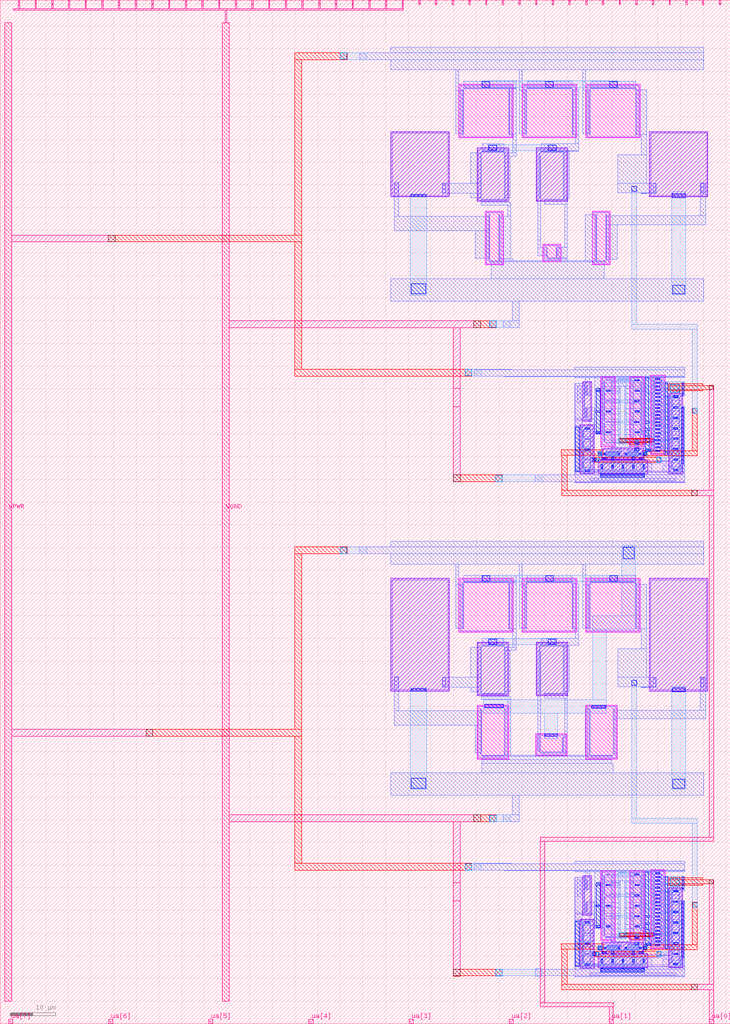
<source format=lef>
VERSION 5.7 ;
  NOWIREEXTENSIONATPIN ON ;
  DIVIDERCHAR "/" ;
  BUSBITCHARS "[]" ;
MACRO tt_um_mos_bandgap
  CLASS BLOCK ;
  FOREIGN tt_um_mos_bandgap ;
  ORIGIN 0.000 0.000 ;
  SIZE 161.000 BY 225.760 ;
  PIN clk
    DIRECTION INPUT ;
    USE SIGNAL ;
    PORT
      LAYER met4 ;
        RECT 154.870 224.760 155.170 225.760 ;
    END
  END clk
  PIN ena
    DIRECTION INPUT ;
    USE SIGNAL ;
    PORT
      LAYER met4 ;
        RECT 158.550 224.760 158.850 225.760 ;
    END
  END ena
  PIN rst_n
    DIRECTION INPUT ;
    USE SIGNAL ;
    PORT
      LAYER met4 ;
        RECT 151.190 224.760 151.490 225.760 ;
    END
  END rst_n
  PIN ua[0]
    DIRECTION INOUT ;
    USE SIGNAL ;
    ANTENNAGATEAREA 1.250000 ;
    ANTENNADIFFAREA 4.060000 ;
    PORT
      LAYER met4 ;
        RECT 156.410 0.000 157.310 1.000 ;
    END
  END ua[0]
  PIN ua[1]
    DIRECTION INOUT ;
    USE SIGNAL ;
    ANTENNAGATEAREA 1.250000 ;
    ANTENNADIFFAREA 4.060000 ;
    PORT
      LAYER met4 ;
        RECT 134.330 0.000 135.230 1.000 ;
    END
  END ua[1]
  PIN ua[2]
    DIRECTION INOUT ;
    USE SIGNAL ;
    PORT
      LAYER met4 ;
        RECT 112.250 0.000 113.150 1.000 ;
    END
  END ua[2]
  PIN ua[3]
    DIRECTION INOUT ;
    USE SIGNAL ;
    PORT
      LAYER met4 ;
        RECT 90.170 0.000 91.070 1.000 ;
    END
  END ua[3]
  PIN ua[4]
    DIRECTION INOUT ;
    USE SIGNAL ;
    PORT
      LAYER met4 ;
        RECT 68.090 0.000 68.990 1.000 ;
    END
  END ua[4]
  PIN ua[5]
    DIRECTION INOUT ;
    USE SIGNAL ;
    PORT
      LAYER met4 ;
        RECT 46.010 0.000 46.910 1.000 ;
    END
  END ua[5]
  PIN ua[6]
    DIRECTION INOUT ;
    USE SIGNAL ;
    PORT
      LAYER met4 ;
        RECT 23.930 0.000 24.830 1.000 ;
    END
  END ua[6]
  PIN ua[7]
    DIRECTION INOUT ;
    USE SIGNAL ;
    PORT
      LAYER met4 ;
        RECT 1.850 0.000 2.750 1.000 ;
    END
  END ua[7]
  PIN ui_in[0]
    DIRECTION INPUT ;
    USE SIGNAL ;
    PORT
      LAYER met4 ;
        RECT 147.510 224.760 147.810 225.760 ;
    END
  END ui_in[0]
  PIN ui_in[1]
    DIRECTION INPUT ;
    USE SIGNAL ;
    PORT
      LAYER met4 ;
        RECT 143.830 224.760 144.130 225.760 ;
    END
  END ui_in[1]
  PIN ui_in[2]
    DIRECTION INPUT ;
    USE SIGNAL ;
    PORT
      LAYER met4 ;
        RECT 140.150 224.760 140.450 225.760 ;
    END
  END ui_in[2]
  PIN ui_in[3]
    DIRECTION INPUT ;
    USE SIGNAL ;
    PORT
      LAYER met4 ;
        RECT 136.470 224.760 136.770 225.760 ;
    END
  END ui_in[3]
  PIN ui_in[4]
    DIRECTION INPUT ;
    USE SIGNAL ;
    PORT
      LAYER met4 ;
        RECT 132.790 224.760 133.090 225.760 ;
    END
  END ui_in[4]
  PIN ui_in[5]
    DIRECTION INPUT ;
    USE SIGNAL ;
    PORT
      LAYER met4 ;
        RECT 129.110 224.760 129.410 225.760 ;
    END
  END ui_in[5]
  PIN ui_in[6]
    DIRECTION INPUT ;
    USE SIGNAL ;
    PORT
      LAYER met4 ;
        RECT 125.430 224.760 125.730 225.760 ;
    END
  END ui_in[6]
  PIN ui_in[7]
    DIRECTION INPUT ;
    USE SIGNAL ;
    PORT
      LAYER met4 ;
        RECT 121.750 224.760 122.050 225.760 ;
    END
  END ui_in[7]
  PIN uio_in[0]
    DIRECTION INPUT ;
    USE SIGNAL ;
    PORT
      LAYER met4 ;
        RECT 118.070 224.760 118.370 225.760 ;
    END
  END uio_in[0]
  PIN uio_in[1]
    DIRECTION INPUT ;
    USE SIGNAL ;
    PORT
      LAYER met4 ;
        RECT 114.390 224.760 114.690 225.760 ;
    END
  END uio_in[1]
  PIN uio_in[2]
    DIRECTION INPUT ;
    USE SIGNAL ;
    PORT
      LAYER met4 ;
        RECT 110.710 224.760 111.010 225.760 ;
    END
  END uio_in[2]
  PIN uio_in[3]
    DIRECTION INPUT ;
    USE SIGNAL ;
    PORT
      LAYER met4 ;
        RECT 107.030 224.760 107.330 225.760 ;
    END
  END uio_in[3]
  PIN uio_in[4]
    DIRECTION INPUT ;
    USE SIGNAL ;
    PORT
      LAYER met4 ;
        RECT 103.350 224.760 103.650 225.760 ;
    END
  END uio_in[4]
  PIN uio_in[5]
    DIRECTION INPUT ;
    USE SIGNAL ;
    PORT
      LAYER met4 ;
        RECT 99.670 224.760 99.970 225.760 ;
    END
  END uio_in[5]
  PIN uio_in[6]
    DIRECTION INPUT ;
    USE SIGNAL ;
    PORT
      LAYER met4 ;
        RECT 95.990 224.760 96.290 225.760 ;
    END
  END uio_in[6]
  PIN uio_in[7]
    DIRECTION INPUT ;
    USE SIGNAL ;
    PORT
      LAYER met4 ;
        RECT 92.310 224.760 92.610 225.760 ;
    END
  END uio_in[7]
  PIN uio_oe[0]
    DIRECTION OUTPUT ;
    USE SIGNAL ;
    ANTENNAGATEAREA 159.000000 ;
    ANTENNADIFFAREA 143.589203 ;
    PORT
      LAYER met4 ;
        RECT 29.750 224.760 30.050 225.760 ;
    END
  END uio_oe[0]
  PIN uio_oe[1]
    DIRECTION OUTPUT ;
    USE SIGNAL ;
    ANTENNAGATEAREA 159.000000 ;
    ANTENNADIFFAREA 143.589203 ;
    PORT
      LAYER met4 ;
        RECT 26.070 224.760 26.370 225.760 ;
    END
  END uio_oe[1]
  PIN uio_oe[2]
    DIRECTION OUTPUT ;
    USE SIGNAL ;
    ANTENNAGATEAREA 159.000000 ;
    ANTENNADIFFAREA 143.589203 ;
    PORT
      LAYER met4 ;
        RECT 22.390 224.760 22.690 225.760 ;
    END
  END uio_oe[2]
  PIN uio_oe[3]
    DIRECTION OUTPUT ;
    USE SIGNAL ;
    ANTENNAGATEAREA 159.000000 ;
    ANTENNADIFFAREA 143.589203 ;
    PORT
      LAYER met4 ;
        RECT 18.710 224.760 19.010 225.760 ;
    END
  END uio_oe[3]
  PIN uio_oe[4]
    DIRECTION OUTPUT ;
    USE SIGNAL ;
    ANTENNAGATEAREA 159.000000 ;
    ANTENNADIFFAREA 143.589203 ;
    PORT
      LAYER met4 ;
        RECT 15.030 224.760 15.330 225.760 ;
    END
  END uio_oe[4]
  PIN uio_oe[5]
    DIRECTION OUTPUT ;
    USE SIGNAL ;
    ANTENNAGATEAREA 159.000000 ;
    ANTENNADIFFAREA 143.589203 ;
    PORT
      LAYER met4 ;
        RECT 11.350 224.760 11.650 225.760 ;
    END
  END uio_oe[5]
  PIN uio_oe[6]
    DIRECTION OUTPUT ;
    USE SIGNAL ;
    ANTENNAGATEAREA 159.000000 ;
    ANTENNADIFFAREA 143.589203 ;
    PORT
      LAYER met4 ;
        RECT 7.670 224.760 7.970 225.760 ;
    END
  END uio_oe[6]
  PIN uio_oe[7]
    DIRECTION OUTPUT ;
    USE SIGNAL ;
    ANTENNAGATEAREA 159.000000 ;
    ANTENNADIFFAREA 143.589203 ;
    PORT
      LAYER met4 ;
        RECT 3.990 224.760 4.290 225.760 ;
    END
  END uio_oe[7]
  PIN uio_out[0]
    DIRECTION OUTPUT ;
    USE SIGNAL ;
    ANTENNAGATEAREA 159.000000 ;
    ANTENNADIFFAREA 143.589203 ;
    PORT
      LAYER met4 ;
        RECT 59.190 224.760 59.490 225.760 ;
    END
  END uio_out[0]
  PIN uio_out[1]
    DIRECTION OUTPUT ;
    USE SIGNAL ;
    ANTENNAGATEAREA 159.000000 ;
    ANTENNADIFFAREA 143.589203 ;
    PORT
      LAYER met4 ;
        RECT 55.510 224.760 55.810 225.760 ;
    END
  END uio_out[1]
  PIN uio_out[2]
    DIRECTION OUTPUT ;
    USE SIGNAL ;
    ANTENNAGATEAREA 159.000000 ;
    ANTENNADIFFAREA 143.589203 ;
    PORT
      LAYER met4 ;
        RECT 51.830 224.760 52.130 225.760 ;
    END
  END uio_out[2]
  PIN uio_out[3]
    DIRECTION OUTPUT ;
    USE SIGNAL ;
    ANTENNAGATEAREA 159.000000 ;
    ANTENNADIFFAREA 143.589203 ;
    PORT
      LAYER met4 ;
        RECT 48.150 224.760 48.450 225.760 ;
    END
  END uio_out[3]
  PIN uio_out[4]
    DIRECTION OUTPUT ;
    USE SIGNAL ;
    ANTENNAGATEAREA 159.000000 ;
    ANTENNADIFFAREA 143.589203 ;
    PORT
      LAYER met4 ;
        RECT 44.470 224.760 44.770 225.760 ;
    END
  END uio_out[4]
  PIN uio_out[5]
    DIRECTION OUTPUT ;
    USE SIGNAL ;
    ANTENNAGATEAREA 159.000000 ;
    ANTENNADIFFAREA 143.589203 ;
    PORT
      LAYER met4 ;
        RECT 40.790 224.760 41.090 225.760 ;
    END
  END uio_out[5]
  PIN uio_out[6]
    DIRECTION OUTPUT ;
    USE SIGNAL ;
    ANTENNAGATEAREA 159.000000 ;
    ANTENNADIFFAREA 143.589203 ;
    PORT
      LAYER met4 ;
        RECT 37.110 224.760 37.410 225.760 ;
    END
  END uio_out[6]
  PIN uio_out[7]
    DIRECTION OUTPUT ;
    USE SIGNAL ;
    ANTENNAGATEAREA 159.000000 ;
    ANTENNADIFFAREA 143.589203 ;
    PORT
      LAYER met4 ;
        RECT 33.430 224.760 33.730 225.760 ;
    END
  END uio_out[7]
  PIN uo_out[0]
    DIRECTION OUTPUT ;
    USE SIGNAL ;
    ANTENNAGATEAREA 159.000000 ;
    ANTENNADIFFAREA 143.589203 ;
    PORT
      LAYER met4 ;
        RECT 88.630 224.760 88.930 225.760 ;
    END
  END uo_out[0]
  PIN uo_out[1]
    DIRECTION OUTPUT ;
    USE SIGNAL ;
    ANTENNAGATEAREA 159.000000 ;
    ANTENNADIFFAREA 143.589203 ;
    PORT
      LAYER met4 ;
        RECT 84.950 224.760 85.250 225.760 ;
    END
  END uo_out[1]
  PIN uo_out[2]
    DIRECTION OUTPUT ;
    USE SIGNAL ;
    ANTENNAGATEAREA 159.000000 ;
    ANTENNADIFFAREA 143.589203 ;
    PORT
      LAYER met4 ;
        RECT 81.270 224.760 81.570 225.760 ;
    END
  END uo_out[2]
  PIN uo_out[3]
    DIRECTION OUTPUT ;
    USE SIGNAL ;
    ANTENNAGATEAREA 159.000000 ;
    ANTENNADIFFAREA 143.589203 ;
    PORT
      LAYER met4 ;
        RECT 77.590 224.760 77.890 225.760 ;
    END
  END uo_out[3]
  PIN uo_out[4]
    DIRECTION OUTPUT ;
    USE SIGNAL ;
    ANTENNAGATEAREA 159.000000 ;
    ANTENNADIFFAREA 143.589203 ;
    PORT
      LAYER met4 ;
        RECT 73.910 224.760 74.210 225.760 ;
    END
  END uo_out[4]
  PIN uo_out[5]
    DIRECTION OUTPUT ;
    USE SIGNAL ;
    ANTENNAGATEAREA 159.000000 ;
    ANTENNADIFFAREA 143.589203 ;
    PORT
      LAYER met4 ;
        RECT 70.230 224.760 70.530 225.760 ;
    END
  END uo_out[5]
  PIN uo_out[6]
    DIRECTION OUTPUT ;
    USE SIGNAL ;
    ANTENNAGATEAREA 159.000000 ;
    ANTENNADIFFAREA 143.589203 ;
    PORT
      LAYER met4 ;
        RECT 66.550 224.760 66.850 225.760 ;
    END
  END uo_out[6]
  PIN uo_out[7]
    DIRECTION OUTPUT ;
    USE SIGNAL ;
    ANTENNAGATEAREA 159.000000 ;
    ANTENNADIFFAREA 143.589203 ;
    PORT
      LAYER met4 ;
        RECT 62.870 224.760 63.170 225.760 ;
    END
  END uo_out[7]
  PIN VPWR
    DIRECTION INOUT ;
    USE POWER ;
    PORT
      LAYER met4 ;
        RECT 1.000 5.000 2.500 220.760 ;
    END
  END VPWR
  PIN VGND
    DIRECTION INOUT ;
    USE GROUND ;
    PORT
      LAYER met4 ;
        RECT 49.000 5.000 50.500 220.760 ;
    END
  END VGND
  OBS
      LAYER pwell ;
        RECT 86.175 182.365 99.055 196.705 ;
      LAYER nwell ;
        RECT 101.170 195.360 113.130 207.200 ;
        RECT 115.170 195.360 127.130 207.200 ;
        RECT 129.170 195.360 141.130 207.200 ;
      LAYER pwell ;
        RECT 105.170 181.360 112.130 193.150 ;
        RECT 118.170 181.360 125.130 193.150 ;
        RECT 143.175 182.365 156.055 196.705 ;
      LAYER nwell ;
        RECT 106.970 167.360 110.930 179.200 ;
        RECT 119.670 168.060 123.630 171.900 ;
        RECT 130.570 167.360 134.530 179.200 ;
      LAYER pwell ;
        RECT 128.420 132.910 130.430 141.610 ;
        RECT 127.870 121.260 130.970 132.090 ;
      LAYER nwell ;
        RECT 132.470 127.310 135.660 142.720 ;
        RECT 138.820 127.310 142.010 142.720 ;
      LAYER pwell ;
        RECT 132.620 124.460 141.820 126.920 ;
      LAYER nwell ;
        RECT 143.420 125.510 146.610 142.980 ;
      LAYER pwell ;
        RECT 139.420 124.410 139.970 124.460 ;
        RECT 131.920 121.310 142.750 124.410 ;
        RECT 147.420 121.310 150.520 139.010 ;
        RECT 86.170 73.370 99.050 98.210 ;
      LAYER nwell ;
        RECT 101.170 86.370 113.130 98.210 ;
        RECT 115.170 86.370 127.130 98.210 ;
        RECT 129.170 86.370 141.130 98.210 ;
      LAYER pwell ;
        RECT 105.170 72.370 112.130 84.160 ;
        RECT 118.170 72.370 125.130 84.160 ;
        RECT 143.170 73.370 156.050 98.210 ;
      LAYER nwell ;
        RECT 105.170 58.370 112.130 70.210 ;
        RECT 118.070 59.070 125.030 63.910 ;
        RECT 129.170 58.370 136.130 70.210 ;
      LAYER pwell ;
        RECT 128.420 23.920 130.430 32.620 ;
        RECT 127.870 12.270 130.970 23.100 ;
      LAYER nwell ;
        RECT 132.470 18.320 135.660 33.730 ;
        RECT 138.820 18.320 142.010 33.730 ;
      LAYER pwell ;
        RECT 132.620 15.470 141.820 17.930 ;
      LAYER nwell ;
        RECT 143.420 16.520 146.610 33.990 ;
      LAYER pwell ;
        RECT 139.420 15.420 139.970 15.470 ;
        RECT 131.920 12.320 142.750 15.420 ;
        RECT 147.420 12.320 150.520 30.020 ;
      LAYER li1 ;
        RECT 101.350 206.850 112.950 207.020 ;
        RECT 101.350 205.660 101.520 206.850 ;
        RECT 102.150 206.335 112.150 206.505 ;
        RECT 86.355 196.355 98.875 196.525 ;
        RECT 101.170 196.360 101.570 205.660 ;
        RECT 86.355 182.715 86.525 196.355 ;
        RECT 86.960 183.140 87.740 185.410 ;
        RECT 97.535 183.195 98.225 185.355 ;
        RECT 90.770 182.715 93.770 182.760 ;
        RECT 98.705 182.715 98.875 196.355 ;
        RECT 101.350 195.710 101.520 196.360 ;
        RECT 101.920 196.080 102.090 206.120 ;
        RECT 112.210 196.080 112.380 206.120 ;
        RECT 112.780 195.710 112.950 206.850 ;
        RECT 115.350 206.850 126.950 207.020 ;
        RECT 115.350 205.360 115.520 206.850 ;
        RECT 116.150 206.335 126.150 206.505 ;
        RECT 115.170 196.460 115.670 205.360 ;
        RECT 101.350 195.540 112.950 195.710 ;
        RECT 115.350 195.710 115.520 196.460 ;
        RECT 115.920 196.080 116.090 206.120 ;
        RECT 126.210 196.080 126.380 206.120 ;
        RECT 126.780 195.710 126.950 206.850 ;
        RECT 129.350 206.850 140.950 207.020 ;
        RECT 129.350 205.660 129.520 206.850 ;
        RECT 130.150 206.335 140.150 206.505 ;
        RECT 129.270 196.460 129.670 205.660 ;
        RECT 115.350 195.540 126.950 195.710 ;
        RECT 129.350 195.710 129.520 196.460 ;
        RECT 129.920 196.080 130.090 206.120 ;
        RECT 140.210 196.080 140.380 206.120 ;
        RECT 140.780 195.710 140.950 206.850 ;
        RECT 129.350 195.540 140.950 195.710 ;
        RECT 143.355 196.355 155.875 196.525 ;
        RECT 86.355 182.545 98.875 182.715 ;
        RECT 105.350 192.800 111.950 192.970 ;
        RECT 90.770 182.460 93.770 182.545 ;
        RECT 105.350 181.710 105.520 192.800 ;
        RECT 106.150 192.290 111.150 192.460 ;
        RECT 105.920 182.080 106.090 192.120 ;
        RECT 111.210 182.080 111.380 192.120 ;
        RECT 106.170 181.710 111.270 181.760 ;
        RECT 111.780 181.710 111.950 192.800 ;
        RECT 105.350 181.540 111.950 181.710 ;
        RECT 118.350 192.800 124.950 192.970 ;
        RECT 118.350 181.710 118.520 192.800 ;
        RECT 119.150 192.290 124.150 192.460 ;
        RECT 118.920 182.080 119.090 192.120 ;
        RECT 124.210 182.080 124.380 192.120 ;
        RECT 124.780 181.760 124.950 192.800 ;
        RECT 143.355 182.715 143.525 196.355 ;
        RECT 144.005 183.195 144.695 185.355 ;
        RECT 154.535 183.195 155.225 185.355 ;
        RECT 148.270 182.715 150.970 182.860 ;
        RECT 155.705 182.715 155.875 196.355 ;
        RECT 143.355 182.545 155.875 182.715 ;
        RECT 148.270 182.360 150.970 182.545 ;
        RECT 120.170 181.710 124.950 181.760 ;
        RECT 118.350 181.540 124.950 181.710 ;
        RECT 106.170 181.460 111.270 181.540 ;
        RECT 120.170 181.360 124.870 181.540 ;
        RECT 107.150 178.850 110.750 179.020 ;
        RECT 107.150 167.710 107.320 178.850 ;
        RECT 107.720 168.440 107.890 178.480 ;
        RECT 110.010 168.440 110.180 178.480 ;
        RECT 110.580 177.760 110.750 178.850 ;
        RECT 130.750 178.850 134.350 179.020 ;
        RECT 130.750 178.060 130.920 178.850 ;
        RECT 107.950 168.055 109.950 168.225 ;
        RECT 110.470 167.710 111.070 177.760 ;
        RECT 119.850 171.550 123.450 171.720 ;
        RECT 119.850 168.410 120.020 171.550 ;
        RECT 120.420 169.140 120.590 171.180 ;
        RECT 122.710 169.140 122.880 171.180 ;
        RECT 123.280 171.060 123.450 171.550 ;
        RECT 120.650 168.755 122.650 168.925 ;
        RECT 123.170 168.660 123.870 171.060 ;
        RECT 123.280 168.410 123.450 168.660 ;
        RECT 119.850 168.240 123.450 168.410 ;
        RECT 130.570 167.960 131.070 178.060 ;
        RECT 131.320 168.440 131.490 178.480 ;
        RECT 133.610 168.440 133.780 178.480 ;
        RECT 131.550 168.055 133.550 168.225 ;
        RECT 107.150 167.540 111.070 167.710 ;
        RECT 130.750 167.710 130.920 167.960 ;
        RECT 134.180 167.710 134.350 178.850 ;
        RECT 130.750 167.540 134.350 167.710 ;
        RECT 110.470 167.260 111.070 167.540 ;
        RECT 143.600 142.630 146.430 142.800 ;
        RECT 132.650 142.370 135.480 142.540 ;
        RECT 132.650 142.010 132.820 142.370 ;
        RECT 128.600 141.310 130.250 141.430 ;
        RECT 126.770 141.260 130.250 141.310 ;
        RECT 126.770 133.260 128.770 141.260 ;
        RECT 129.250 138.620 129.600 140.780 ;
        RECT 129.250 133.740 129.600 135.900 ;
        RECT 130.080 133.260 130.250 141.260 ;
        RECT 126.770 133.090 130.250 133.260 ;
        RECT 126.770 131.910 129.920 133.090 ;
        RECT 126.770 131.740 130.790 131.910 ;
        RECT 126.770 121.610 128.220 131.740 ;
        RECT 128.900 131.170 129.940 131.340 ;
        RECT 128.560 129.110 128.730 131.110 ;
        RECT 130.110 129.110 130.280 131.110 ;
        RECT 128.900 128.880 129.940 129.050 ;
        RECT 128.560 126.820 128.730 128.820 ;
        RECT 130.110 126.820 130.280 128.820 ;
        RECT 128.900 126.590 129.940 126.760 ;
        RECT 128.560 124.530 128.730 126.530 ;
        RECT 130.110 124.530 130.280 126.530 ;
        RECT 128.900 124.300 129.940 124.470 ;
        RECT 128.560 122.240 128.730 124.240 ;
        RECT 130.110 122.240 130.280 124.240 ;
        RECT 130.620 123.910 130.790 131.740 ;
        RECT 132.520 130.110 132.820 142.010 ;
        RECT 133.545 141.800 134.585 141.970 ;
        RECT 133.160 139.740 133.330 141.740 ;
        RECT 134.800 139.740 134.970 141.740 ;
        RECT 133.545 139.510 134.585 139.680 ;
        RECT 133.160 137.450 133.330 139.450 ;
        RECT 134.800 137.450 134.970 139.450 ;
        RECT 133.545 137.220 134.585 137.390 ;
        RECT 133.160 135.160 133.330 137.160 ;
        RECT 134.800 135.160 134.970 137.160 ;
        RECT 133.545 134.930 134.585 135.100 ;
        RECT 133.160 132.870 133.330 134.870 ;
        RECT 134.800 132.870 134.970 134.870 ;
        RECT 133.545 132.640 134.585 132.810 ;
        RECT 133.160 130.580 133.330 132.580 ;
        RECT 134.800 130.580 134.970 132.580 ;
        RECT 133.545 130.350 134.585 130.520 ;
        RECT 132.650 127.660 132.820 130.110 ;
        RECT 133.160 128.290 133.330 130.290 ;
        RECT 134.800 128.290 134.970 130.290 ;
        RECT 133.545 128.060 134.585 128.230 ;
        RECT 135.310 127.660 135.480 142.370 ;
        RECT 132.650 127.490 135.480 127.660 ;
        RECT 139.000 142.370 141.830 142.540 ;
        RECT 139.000 127.660 139.170 142.370 ;
        RECT 141.660 142.010 141.830 142.370 ;
        RECT 143.600 142.260 143.770 142.630 ;
        RECT 139.895 141.800 140.935 141.970 ;
        RECT 139.510 139.740 139.680 141.740 ;
        RECT 141.150 139.740 141.320 141.740 ;
        RECT 139.895 139.510 140.935 139.680 ;
        RECT 139.510 137.450 139.680 139.450 ;
        RECT 141.150 137.450 141.320 139.450 ;
        RECT 139.895 137.220 140.935 137.390 ;
        RECT 139.510 135.160 139.680 137.160 ;
        RECT 141.150 135.160 141.320 137.160 ;
        RECT 139.895 134.930 140.935 135.100 ;
        RECT 139.510 132.870 139.680 134.870 ;
        RECT 141.150 132.870 141.320 134.870 ;
        RECT 139.895 132.640 140.935 132.810 ;
        RECT 139.510 130.580 139.680 132.580 ;
        RECT 141.150 130.580 141.320 132.580 ;
        RECT 139.895 130.350 140.935 130.520 ;
        RECT 139.510 128.290 139.680 130.290 ;
        RECT 141.150 128.290 141.320 130.290 ;
        RECT 141.660 130.110 141.970 142.010 ;
        RECT 139.895 128.060 140.935 128.230 ;
        RECT 141.660 127.660 141.830 130.110 ;
        RECT 139.000 127.490 141.830 127.660 ;
        RECT 132.800 126.570 137.040 126.740 ;
        RECT 132.800 124.810 132.970 126.570 ;
        RECT 133.650 126.000 136.190 126.170 ;
        RECT 133.310 125.440 133.480 125.940 ;
        RECT 136.360 125.440 136.530 125.940 ;
        RECT 133.650 125.210 136.190 125.380 ;
        RECT 136.870 124.810 137.040 126.570 ;
        RECT 132.800 124.640 137.040 124.810 ;
        RECT 137.400 126.570 141.640 126.740 ;
        RECT 143.570 126.710 143.770 142.260 ;
        RECT 144.495 142.060 145.535 142.230 ;
        RECT 144.110 141.500 144.280 142.000 ;
        RECT 145.750 141.500 145.920 142.000 ;
        RECT 144.495 141.270 145.535 141.440 ;
        RECT 144.110 140.710 144.280 141.210 ;
        RECT 145.750 140.710 145.920 141.210 ;
        RECT 144.495 140.480 145.535 140.650 ;
        RECT 144.110 139.920 144.280 140.420 ;
        RECT 145.750 139.920 145.920 140.420 ;
        RECT 144.495 139.690 145.535 139.860 ;
        RECT 144.110 139.130 144.280 139.630 ;
        RECT 145.750 139.130 145.920 139.630 ;
        RECT 144.495 138.900 145.535 139.070 ;
        RECT 144.110 138.340 144.280 138.840 ;
        RECT 145.750 138.340 145.920 138.840 ;
        RECT 144.495 138.110 145.535 138.280 ;
        RECT 144.110 137.550 144.280 138.050 ;
        RECT 145.750 137.550 145.920 138.050 ;
        RECT 144.495 137.320 145.535 137.490 ;
        RECT 144.110 136.760 144.280 137.260 ;
        RECT 145.750 136.760 145.920 137.260 ;
        RECT 144.495 136.530 145.535 136.700 ;
        RECT 144.110 135.970 144.280 136.470 ;
        RECT 145.750 135.970 145.920 136.470 ;
        RECT 144.495 135.740 145.535 135.910 ;
        RECT 144.110 135.180 144.280 135.680 ;
        RECT 145.750 135.180 145.920 135.680 ;
        RECT 144.495 134.950 145.535 135.120 ;
        RECT 144.110 134.390 144.280 134.890 ;
        RECT 145.750 134.390 145.920 134.890 ;
        RECT 144.495 134.160 145.535 134.330 ;
        RECT 144.110 133.600 144.280 134.100 ;
        RECT 145.750 133.600 145.920 134.100 ;
        RECT 144.495 133.370 145.535 133.540 ;
        RECT 144.110 132.810 144.280 133.310 ;
        RECT 145.750 132.810 145.920 133.310 ;
        RECT 144.495 132.580 145.535 132.750 ;
        RECT 144.110 132.020 144.280 132.520 ;
        RECT 145.750 132.020 145.920 132.520 ;
        RECT 144.495 131.790 145.535 131.960 ;
        RECT 144.110 131.230 144.280 131.730 ;
        RECT 145.750 131.230 145.920 131.730 ;
        RECT 144.495 131.000 145.535 131.170 ;
        RECT 144.110 130.440 144.280 130.940 ;
        RECT 145.750 130.440 145.920 130.940 ;
        RECT 144.495 130.210 145.535 130.380 ;
        RECT 144.110 129.650 144.280 130.150 ;
        RECT 145.750 129.650 145.920 130.150 ;
        RECT 144.495 129.420 145.535 129.590 ;
        RECT 144.110 128.860 144.280 129.360 ;
        RECT 145.750 128.860 145.920 129.360 ;
        RECT 144.495 128.630 145.535 128.800 ;
        RECT 144.110 128.070 144.280 128.570 ;
        RECT 145.750 128.070 145.920 128.570 ;
        RECT 144.495 127.840 145.535 128.010 ;
        RECT 144.110 127.280 144.280 127.780 ;
        RECT 145.750 127.280 145.920 127.780 ;
        RECT 144.495 127.050 145.535 127.220 ;
        RECT 137.400 124.810 137.570 126.570 ;
        RECT 138.250 126.000 140.790 126.170 ;
        RECT 137.910 125.440 138.080 125.940 ;
        RECT 140.960 125.440 141.130 125.940 ;
        RECT 138.250 125.210 140.790 125.380 ;
        RECT 141.470 124.810 141.640 126.570 ;
        RECT 143.600 125.860 143.770 126.710 ;
        RECT 144.110 126.490 144.280 126.990 ;
        RECT 145.750 126.490 145.920 126.990 ;
        RECT 144.495 126.260 145.535 126.430 ;
        RECT 146.260 125.860 146.430 142.630 ;
        RECT 143.600 125.690 146.430 125.860 ;
        RECT 147.600 138.660 150.340 138.830 ;
        RECT 137.400 124.640 141.770 124.810 ;
        RECT 132.820 124.610 133.620 124.640 ;
        RECT 140.970 124.610 141.770 124.640 ;
        RECT 132.100 124.160 142.570 124.230 ;
        RECT 147.600 124.160 147.770 138.660 ;
        RECT 148.450 138.090 149.490 138.260 ;
        RECT 148.110 136.030 148.280 138.030 ;
        RECT 149.660 136.030 149.830 138.030 ;
        RECT 148.450 135.800 149.490 135.970 ;
        RECT 150.170 135.960 150.340 138.660 ;
        RECT 148.110 133.740 148.280 135.740 ;
        RECT 149.660 133.740 149.830 135.740 ;
        RECT 148.450 133.510 149.490 133.680 ;
        RECT 148.110 131.450 148.280 133.450 ;
        RECT 149.660 131.450 149.830 133.450 ;
        RECT 148.450 131.220 149.490 131.390 ;
        RECT 148.110 129.160 148.280 131.160 ;
        RECT 149.660 129.160 149.830 131.160 ;
        RECT 148.450 128.930 149.490 129.100 ;
        RECT 148.110 126.870 148.280 128.870 ;
        RECT 149.660 126.870 149.830 128.870 ;
        RECT 148.450 126.640 149.490 126.810 ;
        RECT 148.110 124.580 148.280 126.580 ;
        RECT 149.660 124.580 149.830 126.580 ;
        RECT 148.450 124.350 149.490 124.520 ;
        RECT 132.100 124.060 147.770 124.160 ;
        RECT 132.100 123.910 132.270 124.060 ;
        RECT 128.900 122.010 129.940 122.180 ;
        RECT 130.620 121.660 132.270 123.910 ;
        RECT 132.900 123.550 134.900 123.720 ;
        RECT 135.190 123.550 137.190 123.720 ;
        RECT 137.480 123.550 139.480 123.720 ;
        RECT 139.770 123.550 141.770 123.720 ;
        RECT 142.400 123.560 147.770 124.060 ;
        RECT 132.670 122.340 132.840 123.380 ;
        RECT 134.960 122.340 135.130 123.380 ;
        RECT 137.250 122.340 137.420 123.380 ;
        RECT 139.540 122.340 139.710 123.380 ;
        RECT 141.830 122.340 142.000 123.380 ;
        RECT 132.900 122.000 134.900 122.170 ;
        RECT 135.190 122.000 137.190 122.170 ;
        RECT 137.480 122.000 139.480 122.170 ;
        RECT 139.770 122.000 141.770 122.170 ;
        RECT 142.370 121.960 147.770 123.560 ;
        RECT 148.110 122.290 148.280 124.290 ;
        RECT 149.660 122.290 149.830 124.290 ;
        RECT 148.450 122.060 149.490 122.230 ;
        RECT 142.400 121.660 147.770 121.960 ;
        RECT 150.170 121.660 150.920 135.960 ;
        RECT 128.470 121.610 130.370 121.660 ;
        RECT 130.620 121.610 150.920 121.660 ;
        RECT 126.770 119.410 150.920 121.610 ;
        RECT 86.350 97.860 98.870 98.030 ;
        RECT 86.350 73.720 86.520 97.860 ;
        RECT 86.960 74.150 87.740 76.420 ;
        RECT 97.530 74.200 98.220 76.360 ;
        RECT 90.770 73.720 93.770 73.770 ;
        RECT 98.700 73.720 98.870 97.860 ;
        RECT 101.350 97.860 112.950 98.030 ;
        RECT 101.350 96.670 101.520 97.860 ;
        RECT 102.150 97.345 112.150 97.515 ;
        RECT 101.170 87.370 101.570 96.670 ;
        RECT 101.350 86.720 101.520 87.370 ;
        RECT 101.920 87.090 102.090 97.130 ;
        RECT 112.210 87.090 112.380 97.130 ;
        RECT 112.780 86.720 112.950 97.860 ;
        RECT 115.350 97.860 126.950 98.030 ;
        RECT 115.350 96.370 115.520 97.860 ;
        RECT 116.150 97.345 126.150 97.515 ;
        RECT 115.170 87.470 115.670 96.370 ;
        RECT 101.350 86.550 112.950 86.720 ;
        RECT 115.350 86.720 115.520 87.470 ;
        RECT 115.920 87.090 116.090 97.130 ;
        RECT 126.210 87.090 126.380 97.130 ;
        RECT 126.780 86.720 126.950 97.860 ;
        RECT 129.350 97.860 140.950 98.030 ;
        RECT 129.350 96.670 129.520 97.860 ;
        RECT 130.150 97.345 140.150 97.515 ;
        RECT 129.270 87.470 129.670 96.670 ;
        RECT 115.350 86.550 126.950 86.720 ;
        RECT 129.350 86.720 129.520 87.470 ;
        RECT 129.920 87.090 130.090 97.130 ;
        RECT 140.210 87.090 140.380 97.130 ;
        RECT 140.780 86.720 140.950 97.860 ;
        RECT 129.350 86.550 140.950 86.720 ;
        RECT 143.350 97.860 155.870 98.030 ;
        RECT 86.350 73.550 98.870 73.720 ;
        RECT 105.350 83.810 111.950 83.980 ;
        RECT 90.770 73.470 93.770 73.550 ;
        RECT 105.350 72.720 105.520 83.810 ;
        RECT 106.150 83.300 111.150 83.470 ;
        RECT 105.920 73.090 106.090 83.130 ;
        RECT 111.210 73.090 111.380 83.130 ;
        RECT 106.170 72.720 111.270 72.770 ;
        RECT 111.780 72.720 111.950 83.810 ;
        RECT 105.350 72.550 111.950 72.720 ;
        RECT 118.350 83.810 124.950 83.980 ;
        RECT 118.350 72.720 118.520 83.810 ;
        RECT 119.150 83.300 124.150 83.470 ;
        RECT 118.920 73.090 119.090 83.130 ;
        RECT 124.210 73.090 124.380 83.130 ;
        RECT 124.780 72.770 124.950 83.810 ;
        RECT 143.350 73.720 143.520 97.860 ;
        RECT 144.000 74.200 144.690 76.360 ;
        RECT 154.530 74.200 155.220 76.360 ;
        RECT 148.270 73.720 150.970 73.870 ;
        RECT 155.700 73.720 155.870 97.860 ;
        RECT 143.350 73.550 155.870 73.720 ;
        RECT 148.270 73.370 150.970 73.550 ;
        RECT 120.170 72.720 124.950 72.770 ;
        RECT 118.350 72.550 124.950 72.720 ;
        RECT 106.170 72.470 111.270 72.550 ;
        RECT 120.170 72.370 124.870 72.550 ;
        RECT 106.970 70.030 110.870 70.370 ;
        RECT 130.570 70.030 133.570 70.070 ;
        RECT 105.350 69.860 111.950 70.030 ;
        RECT 105.350 58.720 105.520 69.860 ;
        RECT 106.970 69.770 110.870 69.860 ;
        RECT 105.920 59.450 106.090 69.490 ;
        RECT 111.210 59.450 111.380 69.490 ;
        RECT 106.150 59.065 111.150 59.235 ;
        RECT 111.780 58.720 111.950 69.860 ;
        RECT 129.350 69.860 135.950 70.030 ;
        RECT 120.170 63.730 122.770 63.870 ;
        RECT 118.250 63.560 124.850 63.730 ;
        RECT 118.250 59.420 118.420 63.560 ;
        RECT 120.170 63.470 122.770 63.560 ;
        RECT 118.820 60.150 118.990 63.190 ;
        RECT 124.110 60.150 124.280 63.190 ;
        RECT 119.050 59.765 124.050 59.935 ;
        RECT 124.680 59.420 124.850 63.560 ;
        RECT 118.250 59.250 124.850 59.420 ;
        RECT 105.350 58.550 111.950 58.720 ;
        RECT 129.350 58.720 129.520 69.860 ;
        RECT 130.570 69.770 133.570 69.860 ;
        RECT 129.920 59.450 130.090 69.490 ;
        RECT 135.210 59.450 135.380 69.490 ;
        RECT 130.150 59.065 135.150 59.235 ;
        RECT 135.780 58.720 135.950 69.860 ;
        RECT 129.350 58.550 135.950 58.720 ;
        RECT 143.600 33.640 146.430 33.810 ;
        RECT 132.650 33.380 135.480 33.550 ;
        RECT 132.650 33.020 132.820 33.380 ;
        RECT 128.600 32.320 130.250 32.440 ;
        RECT 126.770 32.270 130.250 32.320 ;
        RECT 126.770 24.270 128.770 32.270 ;
        RECT 129.250 29.630 129.600 31.790 ;
        RECT 129.250 24.750 129.600 26.910 ;
        RECT 130.080 24.270 130.250 32.270 ;
        RECT 126.770 24.100 130.250 24.270 ;
        RECT 126.770 22.920 129.920 24.100 ;
        RECT 126.770 22.750 130.790 22.920 ;
        RECT 126.770 12.620 128.220 22.750 ;
        RECT 128.900 22.180 129.940 22.350 ;
        RECT 128.560 20.120 128.730 22.120 ;
        RECT 130.110 20.120 130.280 22.120 ;
        RECT 128.900 19.890 129.940 20.060 ;
        RECT 128.560 17.830 128.730 19.830 ;
        RECT 130.110 17.830 130.280 19.830 ;
        RECT 128.900 17.600 129.940 17.770 ;
        RECT 128.560 15.540 128.730 17.540 ;
        RECT 130.110 15.540 130.280 17.540 ;
        RECT 128.900 15.310 129.940 15.480 ;
        RECT 128.560 13.250 128.730 15.250 ;
        RECT 130.110 13.250 130.280 15.250 ;
        RECT 130.620 14.920 130.790 22.750 ;
        RECT 132.520 21.120 132.820 33.020 ;
        RECT 133.545 32.810 134.585 32.980 ;
        RECT 133.160 30.750 133.330 32.750 ;
        RECT 134.800 30.750 134.970 32.750 ;
        RECT 133.545 30.520 134.585 30.690 ;
        RECT 133.160 28.460 133.330 30.460 ;
        RECT 134.800 28.460 134.970 30.460 ;
        RECT 133.545 28.230 134.585 28.400 ;
        RECT 133.160 26.170 133.330 28.170 ;
        RECT 134.800 26.170 134.970 28.170 ;
        RECT 133.545 25.940 134.585 26.110 ;
        RECT 133.160 23.880 133.330 25.880 ;
        RECT 134.800 23.880 134.970 25.880 ;
        RECT 133.545 23.650 134.585 23.820 ;
        RECT 133.160 21.590 133.330 23.590 ;
        RECT 134.800 21.590 134.970 23.590 ;
        RECT 133.545 21.360 134.585 21.530 ;
        RECT 132.650 18.670 132.820 21.120 ;
        RECT 133.160 19.300 133.330 21.300 ;
        RECT 134.800 19.300 134.970 21.300 ;
        RECT 133.545 19.070 134.585 19.240 ;
        RECT 135.310 18.670 135.480 33.380 ;
        RECT 132.650 18.500 135.480 18.670 ;
        RECT 139.000 33.380 141.830 33.550 ;
        RECT 139.000 18.670 139.170 33.380 ;
        RECT 141.660 33.020 141.830 33.380 ;
        RECT 143.600 33.270 143.770 33.640 ;
        RECT 139.895 32.810 140.935 32.980 ;
        RECT 139.510 30.750 139.680 32.750 ;
        RECT 141.150 30.750 141.320 32.750 ;
        RECT 139.895 30.520 140.935 30.690 ;
        RECT 139.510 28.460 139.680 30.460 ;
        RECT 141.150 28.460 141.320 30.460 ;
        RECT 139.895 28.230 140.935 28.400 ;
        RECT 139.510 26.170 139.680 28.170 ;
        RECT 141.150 26.170 141.320 28.170 ;
        RECT 139.895 25.940 140.935 26.110 ;
        RECT 139.510 23.880 139.680 25.880 ;
        RECT 141.150 23.880 141.320 25.880 ;
        RECT 139.895 23.650 140.935 23.820 ;
        RECT 139.510 21.590 139.680 23.590 ;
        RECT 141.150 21.590 141.320 23.590 ;
        RECT 139.895 21.360 140.935 21.530 ;
        RECT 139.510 19.300 139.680 21.300 ;
        RECT 141.150 19.300 141.320 21.300 ;
        RECT 141.660 21.120 141.970 33.020 ;
        RECT 139.895 19.070 140.935 19.240 ;
        RECT 141.660 18.670 141.830 21.120 ;
        RECT 139.000 18.500 141.830 18.670 ;
        RECT 132.800 17.580 137.040 17.750 ;
        RECT 132.800 15.820 132.970 17.580 ;
        RECT 133.650 17.010 136.190 17.180 ;
        RECT 133.310 16.450 133.480 16.950 ;
        RECT 136.360 16.450 136.530 16.950 ;
        RECT 133.650 16.220 136.190 16.390 ;
        RECT 136.870 15.820 137.040 17.580 ;
        RECT 132.800 15.650 137.040 15.820 ;
        RECT 137.400 17.580 141.640 17.750 ;
        RECT 143.570 17.720 143.770 33.270 ;
        RECT 144.495 33.070 145.535 33.240 ;
        RECT 144.110 32.510 144.280 33.010 ;
        RECT 145.750 32.510 145.920 33.010 ;
        RECT 144.495 32.280 145.535 32.450 ;
        RECT 144.110 31.720 144.280 32.220 ;
        RECT 145.750 31.720 145.920 32.220 ;
        RECT 144.495 31.490 145.535 31.660 ;
        RECT 144.110 30.930 144.280 31.430 ;
        RECT 145.750 30.930 145.920 31.430 ;
        RECT 144.495 30.700 145.535 30.870 ;
        RECT 144.110 30.140 144.280 30.640 ;
        RECT 145.750 30.140 145.920 30.640 ;
        RECT 144.495 29.910 145.535 30.080 ;
        RECT 144.110 29.350 144.280 29.850 ;
        RECT 145.750 29.350 145.920 29.850 ;
        RECT 144.495 29.120 145.535 29.290 ;
        RECT 144.110 28.560 144.280 29.060 ;
        RECT 145.750 28.560 145.920 29.060 ;
        RECT 144.495 28.330 145.535 28.500 ;
        RECT 144.110 27.770 144.280 28.270 ;
        RECT 145.750 27.770 145.920 28.270 ;
        RECT 144.495 27.540 145.535 27.710 ;
        RECT 144.110 26.980 144.280 27.480 ;
        RECT 145.750 26.980 145.920 27.480 ;
        RECT 144.495 26.750 145.535 26.920 ;
        RECT 144.110 26.190 144.280 26.690 ;
        RECT 145.750 26.190 145.920 26.690 ;
        RECT 144.495 25.960 145.535 26.130 ;
        RECT 144.110 25.400 144.280 25.900 ;
        RECT 145.750 25.400 145.920 25.900 ;
        RECT 144.495 25.170 145.535 25.340 ;
        RECT 144.110 24.610 144.280 25.110 ;
        RECT 145.750 24.610 145.920 25.110 ;
        RECT 144.495 24.380 145.535 24.550 ;
        RECT 144.110 23.820 144.280 24.320 ;
        RECT 145.750 23.820 145.920 24.320 ;
        RECT 144.495 23.590 145.535 23.760 ;
        RECT 144.110 23.030 144.280 23.530 ;
        RECT 145.750 23.030 145.920 23.530 ;
        RECT 144.495 22.800 145.535 22.970 ;
        RECT 144.110 22.240 144.280 22.740 ;
        RECT 145.750 22.240 145.920 22.740 ;
        RECT 144.495 22.010 145.535 22.180 ;
        RECT 144.110 21.450 144.280 21.950 ;
        RECT 145.750 21.450 145.920 21.950 ;
        RECT 144.495 21.220 145.535 21.390 ;
        RECT 144.110 20.660 144.280 21.160 ;
        RECT 145.750 20.660 145.920 21.160 ;
        RECT 144.495 20.430 145.535 20.600 ;
        RECT 144.110 19.870 144.280 20.370 ;
        RECT 145.750 19.870 145.920 20.370 ;
        RECT 144.495 19.640 145.535 19.810 ;
        RECT 144.110 19.080 144.280 19.580 ;
        RECT 145.750 19.080 145.920 19.580 ;
        RECT 144.495 18.850 145.535 19.020 ;
        RECT 144.110 18.290 144.280 18.790 ;
        RECT 145.750 18.290 145.920 18.790 ;
        RECT 144.495 18.060 145.535 18.230 ;
        RECT 137.400 15.820 137.570 17.580 ;
        RECT 138.250 17.010 140.790 17.180 ;
        RECT 137.910 16.450 138.080 16.950 ;
        RECT 140.960 16.450 141.130 16.950 ;
        RECT 138.250 16.220 140.790 16.390 ;
        RECT 141.470 15.820 141.640 17.580 ;
        RECT 143.600 16.870 143.770 17.720 ;
        RECT 144.110 17.500 144.280 18.000 ;
        RECT 145.750 17.500 145.920 18.000 ;
        RECT 144.495 17.270 145.535 17.440 ;
        RECT 146.260 16.870 146.430 33.640 ;
        RECT 143.600 16.700 146.430 16.870 ;
        RECT 147.600 29.670 150.340 29.840 ;
        RECT 137.400 15.650 141.770 15.820 ;
        RECT 132.820 15.620 133.620 15.650 ;
        RECT 140.970 15.620 141.770 15.650 ;
        RECT 132.100 15.170 142.570 15.240 ;
        RECT 147.600 15.170 147.770 29.670 ;
        RECT 148.450 29.100 149.490 29.270 ;
        RECT 148.110 27.040 148.280 29.040 ;
        RECT 149.660 27.040 149.830 29.040 ;
        RECT 148.450 26.810 149.490 26.980 ;
        RECT 150.170 26.970 150.340 29.670 ;
        RECT 148.110 24.750 148.280 26.750 ;
        RECT 149.660 24.750 149.830 26.750 ;
        RECT 148.450 24.520 149.490 24.690 ;
        RECT 148.110 22.460 148.280 24.460 ;
        RECT 149.660 22.460 149.830 24.460 ;
        RECT 148.450 22.230 149.490 22.400 ;
        RECT 148.110 20.170 148.280 22.170 ;
        RECT 149.660 20.170 149.830 22.170 ;
        RECT 148.450 19.940 149.490 20.110 ;
        RECT 148.110 17.880 148.280 19.880 ;
        RECT 149.660 17.880 149.830 19.880 ;
        RECT 148.450 17.650 149.490 17.820 ;
        RECT 148.110 15.590 148.280 17.590 ;
        RECT 149.660 15.590 149.830 17.590 ;
        RECT 148.450 15.360 149.490 15.530 ;
        RECT 132.100 15.070 147.770 15.170 ;
        RECT 132.100 14.920 132.270 15.070 ;
        RECT 128.900 13.020 129.940 13.190 ;
        RECT 130.620 12.670 132.270 14.920 ;
        RECT 132.900 14.560 134.900 14.730 ;
        RECT 135.190 14.560 137.190 14.730 ;
        RECT 137.480 14.560 139.480 14.730 ;
        RECT 139.770 14.560 141.770 14.730 ;
        RECT 142.400 14.570 147.770 15.070 ;
        RECT 132.670 13.350 132.840 14.390 ;
        RECT 134.960 13.350 135.130 14.390 ;
        RECT 137.250 13.350 137.420 14.390 ;
        RECT 139.540 13.350 139.710 14.390 ;
        RECT 141.830 13.350 142.000 14.390 ;
        RECT 132.900 13.010 134.900 13.180 ;
        RECT 135.190 13.010 137.190 13.180 ;
        RECT 137.480 13.010 139.480 13.180 ;
        RECT 139.770 13.010 141.770 13.180 ;
        RECT 142.370 12.970 147.770 14.570 ;
        RECT 148.110 13.300 148.280 15.300 ;
        RECT 149.660 13.300 149.830 15.300 ;
        RECT 148.450 13.070 149.490 13.240 ;
        RECT 142.400 12.670 147.770 12.970 ;
        RECT 150.170 12.670 150.920 26.970 ;
        RECT 128.470 12.620 130.370 12.670 ;
        RECT 130.620 12.620 150.920 12.670 ;
        RECT 126.770 10.420 150.920 12.620 ;
      LAYER mcon ;
        RECT 102.230 206.335 112.070 206.505 ;
        RECT 101.170 196.360 101.570 205.660 ;
        RECT 97.570 183.260 98.170 185.260 ;
        RECT 101.920 196.160 102.090 206.040 ;
        RECT 112.210 196.160 112.380 206.040 ;
        RECT 116.230 206.335 126.070 206.505 ;
        RECT 115.170 196.460 115.670 205.360 ;
        RECT 115.920 196.160 116.090 206.040 ;
        RECT 126.210 196.160 126.380 206.040 ;
        RECT 130.230 206.335 140.070 206.505 ;
        RECT 129.270 196.460 129.670 205.660 ;
        RECT 129.920 196.160 130.090 206.040 ;
        RECT 140.210 196.160 140.380 206.040 ;
        RECT 106.230 192.290 111.070 192.460 ;
        RECT 105.920 182.160 106.090 192.040 ;
        RECT 111.210 182.160 111.380 192.040 ;
        RECT 119.230 192.290 124.070 192.460 ;
        RECT 118.920 182.160 119.090 192.040 ;
        RECT 124.210 182.160 124.380 192.040 ;
        RECT 144.070 183.260 144.570 185.260 ;
        RECT 154.570 183.260 155.170 185.260 ;
        RECT 107.720 168.520 107.890 178.400 ;
        RECT 110.010 168.520 110.180 178.400 ;
        RECT 108.030 168.055 109.870 168.225 ;
        RECT 120.420 169.220 120.590 171.100 ;
        RECT 122.710 169.220 122.880 171.100 ;
        RECT 120.730 168.755 122.570 168.925 ;
        RECT 131.320 168.520 131.490 178.400 ;
        RECT 133.610 168.520 133.780 178.400 ;
        RECT 131.630 168.055 133.470 168.225 ;
        RECT 127.270 137.010 128.120 140.710 ;
        RECT 128.520 133.710 128.770 140.860 ;
        RECT 129.330 138.705 129.520 140.690 ;
        RECT 129.330 133.830 129.520 135.815 ;
        RECT 127.970 122.460 128.220 131.810 ;
        RECT 128.980 131.170 129.860 131.340 ;
        RECT 128.560 129.190 128.730 131.030 ;
        RECT 130.110 129.190 130.280 131.030 ;
        RECT 128.980 128.880 129.860 129.050 ;
        RECT 128.560 126.900 128.730 128.740 ;
        RECT 130.110 126.900 130.280 128.740 ;
        RECT 128.980 126.590 129.860 126.760 ;
        RECT 128.560 124.610 128.730 126.450 ;
        RECT 130.110 124.610 130.280 126.450 ;
        RECT 128.980 124.300 129.860 124.470 ;
        RECT 128.560 122.320 128.730 124.160 ;
        RECT 130.110 122.320 130.280 124.160 ;
        RECT 132.520 130.110 132.820 142.010 ;
        RECT 133.625 141.800 134.505 141.970 ;
        RECT 133.160 139.820 133.330 141.660 ;
        RECT 134.800 139.820 134.970 141.660 ;
        RECT 133.625 139.510 134.505 139.680 ;
        RECT 133.160 137.530 133.330 139.370 ;
        RECT 134.800 137.530 134.970 139.370 ;
        RECT 133.625 137.220 134.505 137.390 ;
        RECT 133.160 135.240 133.330 137.080 ;
        RECT 134.800 135.240 134.970 137.080 ;
        RECT 133.625 134.930 134.505 135.100 ;
        RECT 133.160 132.950 133.330 134.790 ;
        RECT 134.800 132.950 134.970 134.790 ;
        RECT 133.625 132.640 134.505 132.810 ;
        RECT 133.160 130.660 133.330 132.500 ;
        RECT 134.800 130.660 134.970 132.500 ;
        RECT 133.625 130.350 134.505 130.520 ;
        RECT 133.160 128.370 133.330 130.210 ;
        RECT 134.800 128.370 134.970 130.210 ;
        RECT 133.625 128.060 134.505 128.230 ;
        RECT 139.975 141.800 140.855 141.970 ;
        RECT 139.510 139.820 139.680 141.660 ;
        RECT 141.150 139.820 141.320 141.660 ;
        RECT 139.975 139.510 140.855 139.680 ;
        RECT 139.510 137.530 139.680 139.370 ;
        RECT 141.150 137.530 141.320 139.370 ;
        RECT 139.975 137.220 140.855 137.390 ;
        RECT 139.510 135.240 139.680 137.080 ;
        RECT 141.150 135.240 141.320 137.080 ;
        RECT 139.975 134.930 140.855 135.100 ;
        RECT 139.510 132.950 139.680 134.790 ;
        RECT 141.150 132.950 141.320 134.790 ;
        RECT 139.975 132.640 140.855 132.810 ;
        RECT 139.510 130.660 139.680 132.500 ;
        RECT 141.150 130.660 141.320 132.500 ;
        RECT 139.975 130.350 140.855 130.520 ;
        RECT 139.510 128.370 139.680 130.210 ;
        RECT 141.150 128.370 141.320 130.210 ;
        RECT 141.670 130.110 141.970 142.010 ;
        RECT 139.975 128.060 140.855 128.230 ;
        RECT 133.730 126.000 136.110 126.170 ;
        RECT 133.310 125.520 133.480 125.860 ;
        RECT 136.360 125.520 136.530 125.860 ;
        RECT 133.730 125.210 136.110 125.380 ;
        RECT 143.570 126.710 143.770 142.260 ;
        RECT 144.575 142.060 145.455 142.230 ;
        RECT 144.110 141.580 144.280 141.920 ;
        RECT 145.750 141.580 145.920 141.920 ;
        RECT 144.575 141.270 145.455 141.440 ;
        RECT 144.110 140.790 144.280 141.130 ;
        RECT 145.750 140.790 145.920 141.130 ;
        RECT 144.575 140.480 145.455 140.650 ;
        RECT 144.110 140.000 144.280 140.340 ;
        RECT 145.750 140.000 145.920 140.340 ;
        RECT 144.575 139.690 145.455 139.860 ;
        RECT 144.110 139.210 144.280 139.550 ;
        RECT 145.750 139.210 145.920 139.550 ;
        RECT 144.575 138.900 145.455 139.070 ;
        RECT 144.110 138.420 144.280 138.760 ;
        RECT 145.750 138.420 145.920 138.760 ;
        RECT 144.575 138.110 145.455 138.280 ;
        RECT 144.110 137.630 144.280 137.970 ;
        RECT 145.750 137.630 145.920 137.970 ;
        RECT 144.575 137.320 145.455 137.490 ;
        RECT 144.110 136.840 144.280 137.180 ;
        RECT 145.750 136.840 145.920 137.180 ;
        RECT 144.575 136.530 145.455 136.700 ;
        RECT 144.110 136.050 144.280 136.390 ;
        RECT 145.750 136.050 145.920 136.390 ;
        RECT 144.575 135.740 145.455 135.910 ;
        RECT 144.110 135.260 144.280 135.600 ;
        RECT 145.750 135.260 145.920 135.600 ;
        RECT 144.575 134.950 145.455 135.120 ;
        RECT 144.110 134.470 144.280 134.810 ;
        RECT 145.750 134.470 145.920 134.810 ;
        RECT 144.575 134.160 145.455 134.330 ;
        RECT 144.110 133.680 144.280 134.020 ;
        RECT 145.750 133.680 145.920 134.020 ;
        RECT 144.575 133.370 145.455 133.540 ;
        RECT 144.110 132.890 144.280 133.230 ;
        RECT 145.750 132.890 145.920 133.230 ;
        RECT 144.575 132.580 145.455 132.750 ;
        RECT 144.110 132.100 144.280 132.440 ;
        RECT 145.750 132.100 145.920 132.440 ;
        RECT 144.575 131.790 145.455 131.960 ;
        RECT 144.110 131.310 144.280 131.650 ;
        RECT 145.750 131.310 145.920 131.650 ;
        RECT 144.575 131.000 145.455 131.170 ;
        RECT 144.110 130.520 144.280 130.860 ;
        RECT 145.750 130.520 145.920 130.860 ;
        RECT 144.575 130.210 145.455 130.380 ;
        RECT 144.110 129.730 144.280 130.070 ;
        RECT 145.750 129.730 145.920 130.070 ;
        RECT 144.575 129.420 145.455 129.590 ;
        RECT 144.110 128.940 144.280 129.280 ;
        RECT 145.750 128.940 145.920 129.280 ;
        RECT 144.575 128.630 145.455 128.800 ;
        RECT 144.110 128.150 144.280 128.490 ;
        RECT 145.750 128.150 145.920 128.490 ;
        RECT 144.575 127.840 145.455 128.010 ;
        RECT 144.110 127.360 144.280 127.700 ;
        RECT 145.750 127.360 145.920 127.700 ;
        RECT 144.575 127.050 145.455 127.220 ;
        RECT 138.330 126.000 140.710 126.170 ;
        RECT 137.910 125.520 138.080 125.860 ;
        RECT 140.960 125.520 141.130 125.860 ;
        RECT 138.330 125.210 140.710 125.380 ;
        RECT 144.110 126.570 144.280 126.910 ;
        RECT 145.750 126.570 145.920 126.910 ;
        RECT 144.575 126.260 145.455 126.430 ;
        RECT 148.530 138.090 149.410 138.260 ;
        RECT 148.110 136.110 148.280 137.950 ;
        RECT 149.660 136.110 149.830 137.950 ;
        RECT 148.530 135.800 149.410 135.970 ;
        RECT 148.110 133.820 148.280 135.660 ;
        RECT 149.660 133.820 149.830 135.660 ;
        RECT 148.530 133.510 149.410 133.680 ;
        RECT 148.110 131.530 148.280 133.370 ;
        RECT 149.660 131.530 149.830 133.370 ;
        RECT 148.530 131.220 149.410 131.390 ;
        RECT 148.110 129.240 148.280 131.080 ;
        RECT 149.660 129.240 149.830 131.080 ;
        RECT 148.530 128.930 149.410 129.100 ;
        RECT 148.110 126.950 148.280 128.790 ;
        RECT 149.660 126.950 149.830 128.790 ;
        RECT 148.530 126.640 149.410 126.810 ;
        RECT 148.110 124.660 148.280 126.500 ;
        RECT 149.660 124.660 149.830 126.500 ;
        RECT 148.530 124.350 149.410 124.520 ;
        RECT 128.980 122.010 129.860 122.180 ;
        RECT 132.980 123.550 134.820 123.720 ;
        RECT 135.270 123.550 137.110 123.720 ;
        RECT 137.560 123.550 139.400 123.720 ;
        RECT 139.850 123.550 141.690 123.720 ;
        RECT 132.670 122.420 132.840 123.300 ;
        RECT 134.960 122.420 135.130 123.300 ;
        RECT 137.250 122.420 137.420 123.300 ;
        RECT 139.540 122.420 139.710 123.300 ;
        RECT 141.830 122.420 142.000 123.300 ;
        RECT 132.980 122.000 134.820 122.170 ;
        RECT 135.270 122.000 137.110 122.170 ;
        RECT 137.560 122.000 139.400 122.170 ;
        RECT 139.850 122.000 141.690 122.170 ;
        RECT 147.520 121.960 147.770 123.110 ;
        RECT 148.110 122.370 148.280 124.210 ;
        RECT 149.660 122.370 149.830 124.210 ;
        RECT 148.530 122.060 149.410 122.230 ;
        RECT 150.170 121.960 150.420 123.110 ;
        RECT 128.470 121.360 130.370 121.660 ;
        RECT 132.570 121.410 142.120 121.660 ;
        RECT 147.870 121.460 150.070 121.660 ;
        RECT 130.070 119.710 149.020 120.260 ;
        RECT 97.570 74.270 98.170 76.270 ;
        RECT 102.230 97.345 112.070 97.515 ;
        RECT 101.170 87.370 101.570 96.670 ;
        RECT 101.920 87.170 102.090 97.050 ;
        RECT 112.210 87.170 112.380 97.050 ;
        RECT 116.230 97.345 126.070 97.515 ;
        RECT 115.170 87.470 115.670 96.370 ;
        RECT 115.920 87.170 116.090 97.050 ;
        RECT 126.210 87.170 126.380 97.050 ;
        RECT 130.230 97.345 140.070 97.515 ;
        RECT 129.270 87.470 129.670 96.670 ;
        RECT 129.920 87.170 130.090 97.050 ;
        RECT 140.210 87.170 140.380 97.050 ;
        RECT 106.230 83.300 111.070 83.470 ;
        RECT 105.920 73.170 106.090 83.050 ;
        RECT 111.210 73.170 111.380 83.050 ;
        RECT 119.230 83.300 124.070 83.470 ;
        RECT 118.920 73.170 119.090 83.050 ;
        RECT 124.210 73.170 124.380 83.050 ;
        RECT 144.070 74.270 144.570 76.270 ;
        RECT 154.570 74.270 155.170 76.270 ;
        RECT 105.920 59.530 106.090 69.410 ;
        RECT 111.210 59.530 111.380 69.410 ;
        RECT 106.230 59.065 111.070 59.235 ;
        RECT 118.820 60.230 118.990 63.110 ;
        RECT 124.110 60.230 124.280 63.110 ;
        RECT 119.130 59.765 123.970 59.935 ;
        RECT 129.920 59.530 130.090 69.410 ;
        RECT 135.210 59.530 135.380 69.410 ;
        RECT 130.230 59.065 135.070 59.235 ;
        RECT 127.270 28.020 128.120 31.720 ;
        RECT 128.520 24.720 128.770 31.870 ;
        RECT 129.330 29.715 129.520 31.700 ;
        RECT 129.330 24.840 129.520 26.825 ;
        RECT 127.970 13.470 128.220 22.820 ;
        RECT 128.980 22.180 129.860 22.350 ;
        RECT 128.560 20.200 128.730 22.040 ;
        RECT 130.110 20.200 130.280 22.040 ;
        RECT 128.980 19.890 129.860 20.060 ;
        RECT 128.560 17.910 128.730 19.750 ;
        RECT 130.110 17.910 130.280 19.750 ;
        RECT 128.980 17.600 129.860 17.770 ;
        RECT 128.560 15.620 128.730 17.460 ;
        RECT 130.110 15.620 130.280 17.460 ;
        RECT 128.980 15.310 129.860 15.480 ;
        RECT 128.560 13.330 128.730 15.170 ;
        RECT 130.110 13.330 130.280 15.170 ;
        RECT 132.520 21.120 132.820 33.020 ;
        RECT 133.625 32.810 134.505 32.980 ;
        RECT 133.160 30.830 133.330 32.670 ;
        RECT 134.800 30.830 134.970 32.670 ;
        RECT 133.625 30.520 134.505 30.690 ;
        RECT 133.160 28.540 133.330 30.380 ;
        RECT 134.800 28.540 134.970 30.380 ;
        RECT 133.625 28.230 134.505 28.400 ;
        RECT 133.160 26.250 133.330 28.090 ;
        RECT 134.800 26.250 134.970 28.090 ;
        RECT 133.625 25.940 134.505 26.110 ;
        RECT 133.160 23.960 133.330 25.800 ;
        RECT 134.800 23.960 134.970 25.800 ;
        RECT 133.625 23.650 134.505 23.820 ;
        RECT 133.160 21.670 133.330 23.510 ;
        RECT 134.800 21.670 134.970 23.510 ;
        RECT 133.625 21.360 134.505 21.530 ;
        RECT 133.160 19.380 133.330 21.220 ;
        RECT 134.800 19.380 134.970 21.220 ;
        RECT 133.625 19.070 134.505 19.240 ;
        RECT 139.975 32.810 140.855 32.980 ;
        RECT 139.510 30.830 139.680 32.670 ;
        RECT 141.150 30.830 141.320 32.670 ;
        RECT 139.975 30.520 140.855 30.690 ;
        RECT 139.510 28.540 139.680 30.380 ;
        RECT 141.150 28.540 141.320 30.380 ;
        RECT 139.975 28.230 140.855 28.400 ;
        RECT 139.510 26.250 139.680 28.090 ;
        RECT 141.150 26.250 141.320 28.090 ;
        RECT 139.975 25.940 140.855 26.110 ;
        RECT 139.510 23.960 139.680 25.800 ;
        RECT 141.150 23.960 141.320 25.800 ;
        RECT 139.975 23.650 140.855 23.820 ;
        RECT 139.510 21.670 139.680 23.510 ;
        RECT 141.150 21.670 141.320 23.510 ;
        RECT 139.975 21.360 140.855 21.530 ;
        RECT 139.510 19.380 139.680 21.220 ;
        RECT 141.150 19.380 141.320 21.220 ;
        RECT 141.670 21.120 141.970 33.020 ;
        RECT 139.975 19.070 140.855 19.240 ;
        RECT 133.730 17.010 136.110 17.180 ;
        RECT 133.310 16.530 133.480 16.870 ;
        RECT 136.360 16.530 136.530 16.870 ;
        RECT 133.730 16.220 136.110 16.390 ;
        RECT 143.570 17.720 143.770 33.270 ;
        RECT 144.575 33.070 145.455 33.240 ;
        RECT 144.110 32.590 144.280 32.930 ;
        RECT 145.750 32.590 145.920 32.930 ;
        RECT 144.575 32.280 145.455 32.450 ;
        RECT 144.110 31.800 144.280 32.140 ;
        RECT 145.750 31.800 145.920 32.140 ;
        RECT 144.575 31.490 145.455 31.660 ;
        RECT 144.110 31.010 144.280 31.350 ;
        RECT 145.750 31.010 145.920 31.350 ;
        RECT 144.575 30.700 145.455 30.870 ;
        RECT 144.110 30.220 144.280 30.560 ;
        RECT 145.750 30.220 145.920 30.560 ;
        RECT 144.575 29.910 145.455 30.080 ;
        RECT 144.110 29.430 144.280 29.770 ;
        RECT 145.750 29.430 145.920 29.770 ;
        RECT 144.575 29.120 145.455 29.290 ;
        RECT 144.110 28.640 144.280 28.980 ;
        RECT 145.750 28.640 145.920 28.980 ;
        RECT 144.575 28.330 145.455 28.500 ;
        RECT 144.110 27.850 144.280 28.190 ;
        RECT 145.750 27.850 145.920 28.190 ;
        RECT 144.575 27.540 145.455 27.710 ;
        RECT 144.110 27.060 144.280 27.400 ;
        RECT 145.750 27.060 145.920 27.400 ;
        RECT 144.575 26.750 145.455 26.920 ;
        RECT 144.110 26.270 144.280 26.610 ;
        RECT 145.750 26.270 145.920 26.610 ;
        RECT 144.575 25.960 145.455 26.130 ;
        RECT 144.110 25.480 144.280 25.820 ;
        RECT 145.750 25.480 145.920 25.820 ;
        RECT 144.575 25.170 145.455 25.340 ;
        RECT 144.110 24.690 144.280 25.030 ;
        RECT 145.750 24.690 145.920 25.030 ;
        RECT 144.575 24.380 145.455 24.550 ;
        RECT 144.110 23.900 144.280 24.240 ;
        RECT 145.750 23.900 145.920 24.240 ;
        RECT 144.575 23.590 145.455 23.760 ;
        RECT 144.110 23.110 144.280 23.450 ;
        RECT 145.750 23.110 145.920 23.450 ;
        RECT 144.575 22.800 145.455 22.970 ;
        RECT 144.110 22.320 144.280 22.660 ;
        RECT 145.750 22.320 145.920 22.660 ;
        RECT 144.575 22.010 145.455 22.180 ;
        RECT 144.110 21.530 144.280 21.870 ;
        RECT 145.750 21.530 145.920 21.870 ;
        RECT 144.575 21.220 145.455 21.390 ;
        RECT 144.110 20.740 144.280 21.080 ;
        RECT 145.750 20.740 145.920 21.080 ;
        RECT 144.575 20.430 145.455 20.600 ;
        RECT 144.110 19.950 144.280 20.290 ;
        RECT 145.750 19.950 145.920 20.290 ;
        RECT 144.575 19.640 145.455 19.810 ;
        RECT 144.110 19.160 144.280 19.500 ;
        RECT 145.750 19.160 145.920 19.500 ;
        RECT 144.575 18.850 145.455 19.020 ;
        RECT 144.110 18.370 144.280 18.710 ;
        RECT 145.750 18.370 145.920 18.710 ;
        RECT 144.575 18.060 145.455 18.230 ;
        RECT 138.330 17.010 140.710 17.180 ;
        RECT 137.910 16.530 138.080 16.870 ;
        RECT 140.960 16.530 141.130 16.870 ;
        RECT 138.330 16.220 140.710 16.390 ;
        RECT 144.110 17.580 144.280 17.920 ;
        RECT 145.750 17.580 145.920 17.920 ;
        RECT 144.575 17.270 145.455 17.440 ;
        RECT 148.530 29.100 149.410 29.270 ;
        RECT 148.110 27.120 148.280 28.960 ;
        RECT 149.660 27.120 149.830 28.960 ;
        RECT 148.530 26.810 149.410 26.980 ;
        RECT 148.110 24.830 148.280 26.670 ;
        RECT 149.660 24.830 149.830 26.670 ;
        RECT 148.530 24.520 149.410 24.690 ;
        RECT 148.110 22.540 148.280 24.380 ;
        RECT 149.660 22.540 149.830 24.380 ;
        RECT 148.530 22.230 149.410 22.400 ;
        RECT 148.110 20.250 148.280 22.090 ;
        RECT 149.660 20.250 149.830 22.090 ;
        RECT 148.530 19.940 149.410 20.110 ;
        RECT 148.110 17.960 148.280 19.800 ;
        RECT 149.660 17.960 149.830 19.800 ;
        RECT 148.530 17.650 149.410 17.820 ;
        RECT 148.110 15.670 148.280 17.510 ;
        RECT 149.660 15.670 149.830 17.510 ;
        RECT 148.530 15.360 149.410 15.530 ;
        RECT 128.980 13.020 129.860 13.190 ;
        RECT 132.980 14.560 134.820 14.730 ;
        RECT 135.270 14.560 137.110 14.730 ;
        RECT 137.560 14.560 139.400 14.730 ;
        RECT 139.850 14.560 141.690 14.730 ;
        RECT 132.670 13.430 132.840 14.310 ;
        RECT 134.960 13.430 135.130 14.310 ;
        RECT 137.250 13.430 137.420 14.310 ;
        RECT 139.540 13.430 139.710 14.310 ;
        RECT 141.830 13.430 142.000 14.310 ;
        RECT 132.980 13.010 134.820 13.180 ;
        RECT 135.270 13.010 137.110 13.180 ;
        RECT 137.560 13.010 139.400 13.180 ;
        RECT 139.850 13.010 141.690 13.180 ;
        RECT 147.520 12.970 147.770 14.120 ;
        RECT 148.110 13.380 148.280 15.220 ;
        RECT 149.660 13.380 149.830 15.220 ;
        RECT 148.530 13.070 149.410 13.240 ;
        RECT 150.170 12.970 150.420 14.120 ;
        RECT 128.470 12.370 130.370 12.670 ;
        RECT 132.570 12.420 142.120 12.670 ;
        RECT 147.870 12.470 150.070 12.670 ;
        RECT 130.070 10.720 149.020 11.270 ;
      LAYER met1 ;
        RECT 79.330 214.140 80.830 214.170 ;
        RECT 86.170 214.140 155.170 215.360 ;
        RECT 79.330 212.640 155.170 214.140 ;
        RECT 79.330 212.610 80.830 212.640 ;
        RECT 86.170 210.360 155.170 212.640 ;
        RECT 100.470 205.860 101.170 210.360 ;
        RECT 102.270 206.535 113.770 207.860 ;
        RECT 102.170 206.305 113.770 206.535 ;
        RECT 102.270 206.260 113.770 206.305 ;
        RECT 101.890 205.860 102.120 206.100 ;
        RECT 100.470 196.260 102.170 205.860 ;
        RECT 101.890 196.100 102.120 196.260 ;
        RECT 112.170 196.160 113.770 206.260 ;
        RECT 114.470 205.860 115.170 210.360 ;
        RECT 116.270 206.535 126.170 207.860 ;
        RECT 116.170 206.305 126.170 206.535 ;
        RECT 116.270 206.260 126.170 206.305 ;
        RECT 115.890 205.860 116.120 206.100 ;
        RECT 126.180 206.060 126.410 206.100 ;
        RECT 114.470 196.260 116.170 205.860 ;
        RECT 112.180 196.100 112.410 196.160 ;
        RECT 106.270 192.490 111.070 194.060 ;
        RECT 106.170 192.260 111.130 192.490 ;
        RECT 105.890 192.060 106.120 192.100 ;
        RECT 111.180 192.060 111.410 192.100 ;
        RECT 113.070 192.060 113.770 196.160 ;
        RECT 115.890 196.100 116.120 196.260 ;
        RECT 126.170 196.160 127.570 206.060 ;
        RECT 128.470 205.860 129.170 210.360 ;
        RECT 130.270 206.535 140.170 207.860 ;
        RECT 130.170 206.305 140.170 206.535 ;
        RECT 130.270 206.260 140.170 206.305 ;
        RECT 129.890 205.860 130.120 206.100 ;
        RECT 140.180 205.960 140.410 206.100 ;
        RECT 128.470 196.260 130.170 205.860 ;
        RECT 126.180 196.100 126.410 196.160 ;
        RECT 126.870 194.060 127.570 196.160 ;
        RECT 129.890 196.100 130.120 196.260 ;
        RECT 140.170 196.160 142.570 205.960 ;
        RECT 140.180 196.100 140.410 196.160 ;
        RECT 119.270 192.490 127.570 194.060 ;
        RECT 119.170 192.460 127.570 192.490 ;
        RECT 119.170 192.260 125.470 192.460 ;
        RECT 86.870 178.060 87.870 185.560 ;
        RECT 103.770 185.360 106.120 192.060 ;
        RECT 97.470 183.160 106.120 185.360 ;
        RECT 90.620 182.360 93.920 182.860 ;
        RECT 103.770 182.160 106.120 183.160 ;
        RECT 111.170 191.360 113.770 192.060 ;
        RECT 111.170 182.160 112.470 191.360 ;
        RECT 118.890 191.160 119.120 192.100 ;
        RECT 105.890 182.100 106.120 182.160 ;
        RECT 111.180 182.100 111.410 182.160 ;
        RECT 106.070 181.160 111.570 181.860 ;
        RECT 106.070 180.560 112.570 181.160 ;
        RECT 107.690 178.060 107.920 178.460 ;
        RECT 109.980 178.060 110.210 178.460 ;
        RECT 111.970 178.060 112.570 180.560 ;
        RECT 86.870 174.860 107.970 178.060 ;
        RECT 104.770 168.860 107.970 174.860 ;
        RECT 107.690 168.460 107.920 168.860 ;
        RECT 109.970 168.760 112.570 178.060 ;
        RECT 118.570 172.860 119.175 191.160 ;
        RECT 124.170 182.160 125.470 192.260 ;
        RECT 141.370 191.660 142.570 196.160 ;
        RECT 136.170 185.360 142.570 191.660 ;
        RECT 136.170 183.260 144.670 185.360 ;
        RECT 141.370 183.160 144.670 183.260 ;
        RECT 141.370 183.060 142.570 183.160 ;
        RECT 148.120 182.160 151.120 183.060 ;
        RECT 124.180 182.100 124.410 182.160 ;
        RECT 120.070 180.760 125.070 181.860 ;
        RECT 118.570 171.160 119.170 172.860 ;
        RECT 124.470 171.260 125.070 180.760 ;
        RECT 118.570 169.360 120.670 171.160 ;
        RECT 120.390 169.160 120.620 169.360 ;
        RECT 122.670 168.960 125.070 171.260 ;
        RECT 120.970 168.955 125.070 168.960 ;
        RECT 109.970 168.260 113.170 168.760 ;
        RECT 120.670 168.725 125.070 168.955 ;
        RECT 120.970 168.260 125.070 168.725 ;
        RECT 128.970 168.260 131.570 178.460 ;
        RECT 133.580 178.160 133.810 178.460 ;
        RECT 154.370 178.160 155.570 185.460 ;
        RECT 133.570 176.260 155.570 178.160 ;
        RECT 133.570 168.660 136.070 176.260 ;
        RECT 133.580 168.460 133.810 168.660 ;
        RECT 108.270 168.255 133.170 168.260 ;
        RECT 107.970 168.025 133.530 168.255 ;
        RECT 108.270 164.360 133.170 168.025 ;
        RECT 86.170 159.360 155.170 164.360 ;
        RECT 110.970 155.040 112.470 155.070 ;
        RECT 112.910 155.040 114.410 159.360 ;
        RECT 110.970 153.540 114.410 155.040 ;
        RECT 110.970 153.510 112.470 153.540 ;
        RECT 104.580 144.340 106.080 144.370 ;
        RECT 104.580 144.240 112.700 144.340 ;
        RECT 126.670 144.240 150.920 144.810 ;
        RECT 104.580 142.840 150.920 144.240 ;
        RECT 104.580 142.810 106.080 142.840 ;
        RECT 111.110 142.740 150.920 142.840 ;
        RECT 126.670 142.460 150.920 142.740 ;
        RECT 126.670 133.560 128.870 141.310 ;
        RECT 129.020 138.560 129.970 142.460 ;
        RECT 129.300 135.860 129.550 135.875 ;
        RECT 126.670 121.710 128.320 133.560 ;
        RECT 129.170 133.360 131.020 135.860 ;
        RECT 128.920 131.110 129.920 131.460 ;
        RECT 128.530 130.660 128.760 131.090 ;
        RECT 130.070 130.660 131.020 133.360 ;
        RECT 128.520 129.510 131.020 130.660 ;
        RECT 131.170 129.960 132.920 142.460 ;
        RECT 133.520 141.760 138.870 142.110 ;
        RECT 139.870 141.760 140.970 142.060 ;
        RECT 133.130 141.360 133.360 141.720 ;
        RECT 134.720 141.710 138.870 141.760 ;
        RECT 134.720 141.360 139.220 141.710 ;
        RECT 139.480 141.360 139.710 141.720 ;
        RECT 141.120 141.360 141.350 141.720 ;
        RECT 133.120 140.560 141.350 141.360 ;
        RECT 133.120 140.160 136.720 140.560 ;
        RECT 133.130 139.760 133.360 140.160 ;
        RECT 134.720 140.110 136.720 140.160 ;
        RECT 134.770 139.760 136.720 140.110 ;
        RECT 133.570 139.710 134.570 139.760 ;
        RECT 133.565 139.480 134.570 139.710 ;
        RECT 133.570 139.460 134.570 139.480 ;
        RECT 134.820 139.430 136.720 139.760 ;
        RECT 133.130 139.010 133.360 139.430 ;
        RECT 134.770 139.010 136.720 139.430 ;
        RECT 133.120 137.760 136.720 139.010 ;
        RECT 133.130 137.470 133.360 137.760 ;
        RECT 134.720 137.460 136.720 137.760 ;
        RECT 133.520 137.160 136.720 137.460 ;
        RECT 133.130 136.860 133.360 137.140 ;
        RECT 134.720 136.860 136.720 137.160 ;
        RECT 133.120 135.660 136.720 136.860 ;
        RECT 133.130 135.180 133.360 135.660 ;
        RECT 133.570 135.130 134.570 135.160 ;
        RECT 133.565 134.900 134.570 135.130 ;
        RECT 133.570 134.860 134.570 134.900 ;
        RECT 133.130 134.560 133.360 134.850 ;
        RECT 134.720 134.560 136.720 135.660 ;
        RECT 133.120 133.360 136.720 134.560 ;
        RECT 133.130 132.890 133.360 133.360 ;
        RECT 134.720 132.860 136.720 133.360 ;
        RECT 133.520 132.610 136.720 132.860 ;
        RECT 133.130 132.160 133.360 132.560 ;
        RECT 134.720 132.160 136.720 132.610 ;
        RECT 133.120 130.960 136.720 132.160 ;
        RECT 133.130 130.600 133.360 130.960 ;
        RECT 133.570 130.550 134.570 130.610 ;
        RECT 133.565 130.320 134.570 130.550 ;
        RECT 133.570 130.310 134.570 130.320 ;
        RECT 133.130 129.910 133.360 130.270 ;
        RECT 134.720 129.910 136.720 130.960 ;
        RECT 128.530 129.130 128.760 129.510 ;
        RECT 130.070 129.110 131.020 129.510 ;
        RECT 128.920 128.810 131.020 129.110 ;
        RECT 128.530 128.410 128.760 128.800 ;
        RECT 130.070 128.410 131.020 128.810 ;
        RECT 133.120 128.710 136.720 129.910 ;
        RECT 128.520 127.260 131.020 128.410 ;
        RECT 133.130 128.310 133.360 128.710 ;
        RECT 134.720 128.260 136.720 128.710 ;
        RECT 133.520 128.060 136.720 128.260 ;
        RECT 137.720 140.160 141.350 140.560 ;
        RECT 137.720 138.960 139.220 140.160 ;
        RECT 139.480 139.760 139.710 140.160 ;
        RECT 141.120 139.760 141.350 140.160 ;
        RECT 139.920 139.710 140.970 139.760 ;
        RECT 139.915 139.480 140.970 139.710 ;
        RECT 139.920 139.460 140.970 139.480 ;
        RECT 139.480 138.960 139.710 139.430 ;
        RECT 141.120 138.960 141.350 139.430 ;
        RECT 137.720 137.760 141.350 138.960 ;
        RECT 137.720 136.860 139.220 137.760 ;
        RECT 139.480 137.470 139.710 137.760 ;
        RECT 141.120 137.470 141.350 137.760 ;
        RECT 139.870 137.160 140.970 137.460 ;
        RECT 139.480 136.860 139.710 137.140 ;
        RECT 141.120 136.860 141.350 137.140 ;
        RECT 137.720 135.660 141.350 136.860 ;
        RECT 137.720 134.560 139.220 135.660 ;
        RECT 139.480 135.180 139.710 135.660 ;
        RECT 141.120 135.180 141.350 135.660 ;
        RECT 139.920 135.130 140.970 135.160 ;
        RECT 139.915 134.900 140.970 135.130 ;
        RECT 139.920 134.860 140.970 134.900 ;
        RECT 139.480 134.560 139.710 134.850 ;
        RECT 141.120 134.560 141.350 134.850 ;
        RECT 137.720 133.360 141.350 134.560 ;
        RECT 137.720 132.160 139.220 133.360 ;
        RECT 139.480 132.890 139.710 133.360 ;
        RECT 141.120 132.890 141.350 133.360 ;
        RECT 139.870 132.560 140.970 132.860 ;
        RECT 139.480 132.160 139.710 132.560 ;
        RECT 141.120 132.160 141.350 132.560 ;
        RECT 137.720 130.960 141.350 132.160 ;
        RECT 137.720 129.910 139.220 130.960 ;
        RECT 139.480 130.600 139.710 130.960 ;
        RECT 139.920 130.550 140.970 130.610 ;
        RECT 141.120 130.600 141.350 130.960 ;
        RECT 139.915 130.320 140.970 130.550 ;
        RECT 139.920 130.310 140.970 130.320 ;
        RECT 139.480 129.910 139.710 130.270 ;
        RECT 141.120 129.910 141.350 130.270 ;
        RECT 141.520 129.960 143.820 142.460 ;
        RECT 144.470 142.010 145.520 142.310 ;
        RECT 137.720 128.710 141.350 129.910 ;
        RECT 137.720 128.060 139.220 128.710 ;
        RECT 139.480 128.310 139.710 128.710 ;
        RECT 141.120 128.310 141.350 128.710 ;
        RECT 140.195 128.260 140.745 128.290 ;
        RECT 133.520 128.010 139.220 128.060 ;
        RECT 128.530 126.840 128.760 127.260 ;
        RECT 128.920 126.510 129.920 126.860 ;
        RECT 128.530 126.110 128.760 126.510 ;
        RECT 130.070 126.110 131.020 127.260 ;
        RECT 134.720 127.110 139.220 128.010 ;
        RECT 139.870 127.960 140.970 128.260 ;
        RECT 139.970 127.710 140.920 127.960 ;
        RECT 140.195 127.680 140.745 127.710 ;
        RECT 134.720 126.310 137.070 127.110 ;
        RECT 139.920 126.610 140.920 127.010 ;
        RECT 133.820 126.200 137.070 126.310 ;
        RECT 138.370 126.360 140.920 126.610 ;
        RECT 138.370 126.200 140.770 126.360 ;
        RECT 141.970 126.310 143.820 129.960 ;
        RECT 143.970 129.210 144.320 142.010 ;
        RECT 145.720 141.520 145.950 141.980 ;
        RECT 144.520 141.470 145.570 141.510 ;
        RECT 144.515 141.240 145.570 141.470 ;
        RECT 144.520 141.210 145.570 141.240 ;
        RECT 145.720 140.730 145.950 141.190 ;
        RECT 144.470 140.410 145.520 140.710 ;
        RECT 145.720 139.940 145.950 140.400 ;
        RECT 144.520 139.890 145.570 139.910 ;
        RECT 144.515 139.660 145.570 139.890 ;
        RECT 144.520 139.610 145.570 139.660 ;
        RECT 144.470 138.860 145.520 139.160 ;
        RECT 145.720 139.150 145.950 139.610 ;
        RECT 145.720 138.360 145.950 138.820 ;
        RECT 146.320 138.360 150.920 141.560 ;
        RECT 144.520 138.310 145.570 138.360 ;
        RECT 144.515 138.080 145.570 138.310 ;
        RECT 144.520 138.060 145.570 138.080 ;
        RECT 146.320 138.310 149.670 138.360 ;
        RECT 145.720 137.570 145.950 138.030 ;
        RECT 144.470 137.260 145.520 137.560 ;
        RECT 145.720 136.780 145.950 137.240 ;
        RECT 144.520 136.730 145.570 136.760 ;
        RECT 144.515 136.500 145.570 136.730 ;
        RECT 144.520 136.460 145.570 136.500 ;
        RECT 145.720 135.990 145.950 136.450 ;
        RECT 144.470 135.660 145.520 135.960 ;
        RECT 145.720 135.200 145.950 135.660 ;
        RECT 144.520 135.150 145.570 135.160 ;
        RECT 144.515 134.920 145.570 135.150 ;
        RECT 144.520 134.860 145.570 134.920 ;
        RECT 145.720 134.410 145.950 134.870 ;
        RECT 144.470 134.110 145.520 134.410 ;
        RECT 145.720 133.620 145.950 134.080 ;
        RECT 144.520 133.570 145.570 133.610 ;
        RECT 144.515 133.340 145.570 133.570 ;
        RECT 144.520 133.310 145.570 133.340 ;
        RECT 145.720 132.830 145.950 133.290 ;
        RECT 144.470 132.510 145.520 132.810 ;
        RECT 144.520 131.990 145.570 132.060 ;
        RECT 145.720 132.040 145.950 132.500 ;
        RECT 144.515 131.760 145.570 131.990 ;
        RECT 144.470 130.960 145.520 131.260 ;
        RECT 145.720 131.250 145.950 131.710 ;
        RECT 145.720 130.460 145.950 130.920 ;
        RECT 144.520 130.410 145.570 130.460 ;
        RECT 144.515 130.180 145.570 130.410 ;
        RECT 144.520 130.160 145.570 130.180 ;
        RECT 145.720 129.670 145.950 130.130 ;
        RECT 144.470 129.360 145.520 129.660 ;
        RECT 143.970 128.310 144.370 129.210 ;
        RECT 145.720 128.880 145.950 129.340 ;
        RECT 144.520 128.830 145.570 128.860 ;
        RECT 144.515 128.600 145.570 128.830 ;
        RECT 144.520 128.560 145.570 128.600 ;
        RECT 143.970 126.460 144.320 128.310 ;
        RECT 145.720 128.090 145.950 128.550 ;
        RECT 144.470 127.760 145.520 128.060 ;
        RECT 144.520 127.250 145.570 127.310 ;
        RECT 145.720 127.300 145.950 127.760 ;
        RECT 144.515 127.020 145.570 127.250 ;
        RECT 144.520 127.010 145.570 127.020 ;
        RECT 145.720 126.510 145.950 126.970 ;
        RECT 144.470 126.210 145.520 126.510 ;
        RECT 128.520 124.960 131.020 126.110 ;
        RECT 131.820 125.770 132.820 126.160 ;
        RECT 133.670 126.060 137.070 126.200 ;
        RECT 133.670 125.970 136.170 126.060 ;
        RECT 138.270 125.970 140.770 126.200 ;
        RECT 133.820 125.960 136.120 125.970 ;
        RECT 133.280 125.860 133.510 125.920 ;
        RECT 136.330 125.860 136.560 125.920 ;
        RECT 137.880 125.860 138.110 125.920 ;
        RECT 140.930 125.860 141.160 125.920 ;
        RECT 133.170 125.770 133.570 125.860 ;
        RECT 136.270 125.770 136.670 125.860 ;
        RECT 131.820 125.555 136.670 125.770 ;
        RECT 131.820 125.160 132.820 125.555 ;
        RECT 133.170 125.510 133.570 125.555 ;
        RECT 136.270 125.510 136.670 125.555 ;
        RECT 137.770 125.785 138.170 125.860 ;
        RECT 140.870 125.785 141.270 125.860 ;
        RECT 141.670 125.785 142.670 126.160 ;
        RECT 137.770 125.560 142.670 125.785 ;
        RECT 137.770 125.510 138.170 125.560 ;
        RECT 140.870 125.540 142.670 125.560 ;
        RECT 140.870 125.510 141.270 125.540 ;
        RECT 133.280 125.460 133.510 125.510 ;
        RECT 136.330 125.460 136.560 125.510 ;
        RECT 137.880 125.460 138.110 125.510 ;
        RECT 140.930 125.460 141.160 125.510 ;
        RECT 133.670 125.310 136.170 125.410 ;
        RECT 138.270 125.310 140.770 125.410 ;
        RECT 133.670 125.180 140.770 125.310 ;
        RECT 133.870 124.960 140.520 125.180 ;
        RECT 141.670 125.160 142.670 125.540 ;
        RECT 146.320 125.510 147.620 138.310 ;
        RECT 148.420 138.160 149.470 138.310 ;
        RECT 148.470 138.060 149.470 138.160 ;
        RECT 148.080 137.660 148.310 138.010 ;
        RECT 147.970 137.460 148.320 137.660 ;
        RECT 149.630 137.460 149.860 138.010 ;
        RECT 147.970 136.510 149.860 137.460 ;
        RECT 147.970 135.210 148.320 136.510 ;
        RECT 148.470 135.760 149.470 136.060 ;
        RECT 149.630 136.050 149.860 136.510 ;
        RECT 149.630 135.210 149.860 135.720 ;
        RECT 147.970 134.260 149.860 135.210 ;
        RECT 147.970 132.860 148.320 134.260 ;
        RECT 149.630 133.760 149.860 134.260 ;
        RECT 148.470 133.460 149.470 133.760 ;
        RECT 149.630 132.860 149.860 133.430 ;
        RECT 147.970 131.910 149.860 132.860 ;
        RECT 147.970 130.710 148.320 131.910 ;
        RECT 149.630 131.470 149.860 131.910 ;
        RECT 148.470 131.160 149.470 131.460 ;
        RECT 149.630 130.710 149.860 131.140 ;
        RECT 147.970 129.760 149.860 130.710 ;
        RECT 147.970 128.410 148.320 129.760 ;
        RECT 148.470 128.860 149.470 129.210 ;
        RECT 149.630 129.180 149.860 129.760 ;
        RECT 149.630 128.410 149.860 128.850 ;
        RECT 147.970 127.460 149.860 128.410 ;
        RECT 147.970 126.160 148.320 127.460 ;
        RECT 148.470 126.560 149.470 126.910 ;
        RECT 149.630 126.890 149.860 127.460 ;
        RECT 149.630 126.160 149.860 126.560 ;
        RECT 147.970 125.210 149.860 126.160 ;
        RECT 128.530 124.550 128.760 124.960 ;
        RECT 130.070 124.710 131.020 124.960 ;
        RECT 130.070 124.560 131.400 124.710 ;
        RECT 132.720 124.560 133.720 124.860 ;
        RECT 128.920 124.260 131.400 124.560 ;
        RECT 128.530 123.860 128.760 124.220 ;
        RECT 130.070 124.060 131.400 124.260 ;
        RECT 130.070 123.860 131.020 124.060 ;
        RECT 134.720 124.010 139.970 124.960 ;
        RECT 140.870 124.560 141.870 124.860 ;
        RECT 145.825 124.830 146.715 124.860 ;
        RECT 147.970 124.830 148.320 125.210 ;
        RECT 145.825 123.940 148.320 124.830 ;
        RECT 149.630 124.600 149.860 125.210 ;
        RECT 148.570 124.550 149.470 124.560 ;
        RECT 148.470 124.320 149.470 124.550 ;
        RECT 148.570 124.260 149.470 124.320 ;
        RECT 145.825 123.910 146.715 123.940 ;
        RECT 128.520 122.710 131.020 123.860 ;
        RECT 147.970 123.810 148.320 123.940 ;
        RECT 149.630 123.810 149.860 124.270 ;
        RECT 132.920 123.520 134.880 123.750 ;
        RECT 135.210 123.520 137.170 123.750 ;
        RECT 137.500 123.520 139.460 123.750 ;
        RECT 139.790 123.520 141.750 123.750 ;
        RECT 132.640 123.310 132.870 123.360 ;
        RECT 128.530 122.260 128.760 122.710 ;
        RECT 130.070 122.260 131.020 122.710 ;
        RECT 132.520 122.410 132.920 123.310 ;
        RECT 132.640 122.360 132.870 122.410 ;
        RECT 130.120 122.210 131.020 122.260 ;
        RECT 133.370 122.210 134.270 123.520 ;
        RECT 134.930 123.210 135.160 123.360 ;
        RECT 134.820 122.510 135.270 123.210 ;
        RECT 134.930 122.360 135.160 122.510 ;
        RECT 135.770 122.210 136.670 123.520 ;
        RECT 137.220 123.210 137.450 123.360 ;
        RECT 137.120 122.510 137.570 123.210 ;
        RECT 137.220 122.360 137.450 122.510 ;
        RECT 138.070 122.210 138.970 123.520 ;
        RECT 139.510 123.210 139.740 123.360 ;
        RECT 139.420 122.510 139.870 123.210 ;
        RECT 139.510 122.360 139.740 122.510 ;
        RECT 140.320 122.210 141.220 123.520 ;
        RECT 141.800 123.310 142.030 123.360 ;
        RECT 141.720 122.410 142.120 123.310 ;
        RECT 141.800 122.360 142.030 122.410 ;
        RECT 128.920 121.860 129.920 122.210 ;
        RECT 130.120 122.200 141.720 122.210 ;
        RECT 130.120 121.970 141.750 122.200 ;
        RECT 130.120 121.910 141.720 121.970 ;
        RECT 142.320 121.710 143.670 123.760 ;
        RECT 146.120 121.710 147.820 123.210 ;
        RECT 147.970 122.860 149.920 123.810 ;
        RECT 150.170 123.210 150.920 136.160 ;
        RECT 147.970 122.360 148.320 122.860 ;
        RECT 148.080 122.310 148.310 122.360 ;
        RECT 149.630 122.310 149.860 122.860 ;
        RECT 148.470 121.960 149.470 122.310 ;
        RECT 150.070 121.710 150.920 123.210 ;
        RECT 117.950 121.040 119.450 121.070 ;
        RECT 126.720 121.040 150.920 121.710 ;
        RECT 117.950 119.540 150.920 121.040 ;
        RECT 117.950 119.510 119.450 119.540 ;
        RECT 126.720 119.360 150.920 119.540 ;
        RECT 79.330 105.150 80.830 105.180 ;
        RECT 86.170 105.150 155.170 106.370 ;
        RECT 79.330 103.650 155.170 105.150 ;
        RECT 79.330 103.620 80.830 103.650 ;
        RECT 86.170 101.370 155.170 103.650 ;
        RECT 100.470 96.870 101.170 101.370 ;
        RECT 102.270 97.545 113.770 98.870 ;
        RECT 102.170 97.315 113.770 97.545 ;
        RECT 102.270 97.270 113.770 97.315 ;
        RECT 101.890 96.870 102.120 97.110 ;
        RECT 100.470 87.270 102.170 96.870 ;
        RECT 101.890 87.110 102.120 87.270 ;
        RECT 112.170 87.170 113.770 97.270 ;
        RECT 114.470 96.870 115.170 101.370 ;
        RECT 116.270 97.545 126.170 98.870 ;
        RECT 116.170 97.315 126.170 97.545 ;
        RECT 116.270 97.270 126.170 97.315 ;
        RECT 115.890 96.870 116.120 97.110 ;
        RECT 126.180 97.070 126.410 97.110 ;
        RECT 114.470 87.270 116.170 96.870 ;
        RECT 112.180 87.110 112.410 87.170 ;
        RECT 106.270 83.500 111.070 85.070 ;
        RECT 106.170 83.270 111.130 83.500 ;
        RECT 105.890 83.070 106.120 83.110 ;
        RECT 111.180 83.070 111.410 83.110 ;
        RECT 113.070 83.070 113.770 87.170 ;
        RECT 115.890 87.110 116.120 87.270 ;
        RECT 126.170 87.170 127.570 97.070 ;
        RECT 128.470 96.870 129.170 101.370 ;
        RECT 130.270 97.545 140.170 98.870 ;
        RECT 130.170 97.315 140.170 97.545 ;
        RECT 130.270 97.270 140.170 97.315 ;
        RECT 129.890 96.870 130.120 97.110 ;
        RECT 140.180 96.970 140.410 97.110 ;
        RECT 128.470 87.270 130.170 96.870 ;
        RECT 126.180 87.110 126.410 87.170 ;
        RECT 126.870 85.070 127.570 87.170 ;
        RECT 129.890 87.110 130.120 87.270 ;
        RECT 140.170 87.170 142.570 96.970 ;
        RECT 140.180 87.110 140.410 87.170 ;
        RECT 119.270 83.500 127.570 85.070 ;
        RECT 119.170 83.470 127.570 83.500 ;
        RECT 119.170 83.270 125.470 83.470 ;
        RECT 86.870 69.070 87.870 76.570 ;
        RECT 103.770 76.370 106.120 83.070 ;
        RECT 97.470 74.170 106.120 76.370 ;
        RECT 90.620 73.370 93.920 73.870 ;
        RECT 103.770 73.170 106.120 74.170 ;
        RECT 111.170 82.370 113.770 83.070 ;
        RECT 111.170 73.170 112.470 82.370 ;
        RECT 118.890 82.170 119.120 83.110 ;
        RECT 105.890 73.110 106.120 73.170 ;
        RECT 111.180 73.110 111.410 73.170 ;
        RECT 106.070 72.170 111.570 72.870 ;
        RECT 106.070 71.570 112.570 72.170 ;
        RECT 106.820 69.670 111.020 70.470 ;
        RECT 111.970 69.470 112.570 71.570 ;
        RECT 105.890 69.070 106.120 69.470 ;
        RECT 86.870 65.870 106.170 69.070 ;
        RECT 104.770 59.770 106.170 65.870 ;
        RECT 105.890 59.470 106.120 59.770 ;
        RECT 111.170 59.270 112.570 69.470 ;
        RECT 118.570 63.870 119.175 82.170 ;
        RECT 124.170 73.170 125.470 83.270 ;
        RECT 141.370 82.670 142.570 87.170 ;
        RECT 136.170 76.370 142.570 82.670 ;
        RECT 136.170 74.270 144.670 76.370 ;
        RECT 141.370 74.170 144.670 74.270 ;
        RECT 141.370 74.070 142.570 74.170 ;
        RECT 148.120 73.170 151.120 74.070 ;
        RECT 124.180 73.110 124.410 73.170 ;
        RECT 120.070 71.770 125.070 72.870 ;
        RECT 118.570 60.170 119.170 63.870 ;
        RECT 120.020 63.370 122.920 63.970 ;
        RECT 124.470 63.170 125.070 71.770 ;
        RECT 130.420 70.100 133.620 70.270 ;
        RECT 130.420 69.740 133.630 70.100 ;
        RECT 130.420 69.570 133.620 69.740 ;
        RECT 123.970 59.970 125.070 63.170 ;
        RECT 119.770 59.965 125.070 59.970 ;
        RECT 119.070 59.735 125.070 59.965 ;
        RECT 119.770 59.270 125.070 59.735 ;
        RECT 128.970 59.270 130.170 69.470 ;
        RECT 135.180 69.170 135.410 69.470 ;
        RECT 154.370 69.170 155.570 76.470 ;
        RECT 135.170 67.270 155.570 69.170 ;
        RECT 135.170 59.470 136.070 67.270 ;
        RECT 106.470 59.265 130.170 59.270 ;
        RECT 130.570 59.265 134.770 59.270 ;
        RECT 106.170 59.035 135.130 59.265 ;
        RECT 106.470 58.170 134.770 59.035 ;
        RECT 106.170 57.470 134.770 58.170 ;
        RECT 106.170 55.370 135.170 57.470 ;
        RECT 86.170 50.370 155.170 55.370 ;
        RECT 110.970 46.050 112.470 46.080 ;
        RECT 112.910 46.050 114.410 50.370 ;
        RECT 110.970 44.550 114.410 46.050 ;
        RECT 110.970 44.520 112.470 44.550 ;
        RECT 104.580 35.350 106.080 35.380 ;
        RECT 104.580 35.250 112.700 35.350 ;
        RECT 126.670 35.250 150.920 35.820 ;
        RECT 104.580 33.850 150.920 35.250 ;
        RECT 104.580 33.820 106.080 33.850 ;
        RECT 111.110 33.750 150.920 33.850 ;
        RECT 126.670 33.470 150.920 33.750 ;
        RECT 126.670 24.570 128.870 32.320 ;
        RECT 129.020 29.570 129.970 33.470 ;
        RECT 129.300 26.870 129.550 26.885 ;
        RECT 126.670 12.720 128.320 24.570 ;
        RECT 129.170 24.370 131.020 26.870 ;
        RECT 128.920 22.120 129.920 22.470 ;
        RECT 128.530 21.670 128.760 22.100 ;
        RECT 130.070 21.670 131.020 24.370 ;
        RECT 128.520 20.520 131.020 21.670 ;
        RECT 131.170 20.970 132.920 33.470 ;
        RECT 133.520 32.770 138.870 33.120 ;
        RECT 139.870 32.770 140.970 33.070 ;
        RECT 133.130 32.370 133.360 32.730 ;
        RECT 134.720 32.720 138.870 32.770 ;
        RECT 134.720 32.370 139.220 32.720 ;
        RECT 139.480 32.370 139.710 32.730 ;
        RECT 141.120 32.370 141.350 32.730 ;
        RECT 133.120 31.570 141.350 32.370 ;
        RECT 133.120 31.170 136.720 31.570 ;
        RECT 133.130 30.770 133.360 31.170 ;
        RECT 134.720 31.120 136.720 31.170 ;
        RECT 134.770 30.770 136.720 31.120 ;
        RECT 133.570 30.720 134.570 30.770 ;
        RECT 133.565 30.490 134.570 30.720 ;
        RECT 133.570 30.470 134.570 30.490 ;
        RECT 134.820 30.440 136.720 30.770 ;
        RECT 133.130 30.020 133.360 30.440 ;
        RECT 134.770 30.020 136.720 30.440 ;
        RECT 133.120 28.770 136.720 30.020 ;
        RECT 133.130 28.480 133.360 28.770 ;
        RECT 134.720 28.470 136.720 28.770 ;
        RECT 133.520 28.170 136.720 28.470 ;
        RECT 133.130 27.870 133.360 28.150 ;
        RECT 134.720 27.870 136.720 28.170 ;
        RECT 133.120 26.670 136.720 27.870 ;
        RECT 133.130 26.190 133.360 26.670 ;
        RECT 133.570 26.140 134.570 26.170 ;
        RECT 133.565 25.910 134.570 26.140 ;
        RECT 133.570 25.870 134.570 25.910 ;
        RECT 133.130 25.570 133.360 25.860 ;
        RECT 134.720 25.570 136.720 26.670 ;
        RECT 133.120 24.370 136.720 25.570 ;
        RECT 133.130 23.900 133.360 24.370 ;
        RECT 134.720 23.870 136.720 24.370 ;
        RECT 133.520 23.620 136.720 23.870 ;
        RECT 133.130 23.170 133.360 23.570 ;
        RECT 134.720 23.170 136.720 23.620 ;
        RECT 133.120 21.970 136.720 23.170 ;
        RECT 133.130 21.610 133.360 21.970 ;
        RECT 133.570 21.560 134.570 21.620 ;
        RECT 133.565 21.330 134.570 21.560 ;
        RECT 133.570 21.320 134.570 21.330 ;
        RECT 133.130 20.920 133.360 21.280 ;
        RECT 134.720 20.920 136.720 21.970 ;
        RECT 128.530 20.140 128.760 20.520 ;
        RECT 130.070 20.120 131.020 20.520 ;
        RECT 128.920 19.820 131.020 20.120 ;
        RECT 128.530 19.420 128.760 19.810 ;
        RECT 130.070 19.420 131.020 19.820 ;
        RECT 133.120 19.720 136.720 20.920 ;
        RECT 128.520 18.270 131.020 19.420 ;
        RECT 133.130 19.320 133.360 19.720 ;
        RECT 134.720 19.270 136.720 19.720 ;
        RECT 133.520 19.070 136.720 19.270 ;
        RECT 137.720 31.170 141.350 31.570 ;
        RECT 137.720 29.970 139.220 31.170 ;
        RECT 139.480 30.770 139.710 31.170 ;
        RECT 141.120 30.770 141.350 31.170 ;
        RECT 139.920 30.720 140.970 30.770 ;
        RECT 139.915 30.490 140.970 30.720 ;
        RECT 139.920 30.470 140.970 30.490 ;
        RECT 139.480 29.970 139.710 30.440 ;
        RECT 141.120 29.970 141.350 30.440 ;
        RECT 137.720 28.770 141.350 29.970 ;
        RECT 137.720 27.870 139.220 28.770 ;
        RECT 139.480 28.480 139.710 28.770 ;
        RECT 141.120 28.480 141.350 28.770 ;
        RECT 139.870 28.170 140.970 28.470 ;
        RECT 139.480 27.870 139.710 28.150 ;
        RECT 141.120 27.870 141.350 28.150 ;
        RECT 137.720 26.670 141.350 27.870 ;
        RECT 137.720 25.570 139.220 26.670 ;
        RECT 139.480 26.190 139.710 26.670 ;
        RECT 141.120 26.190 141.350 26.670 ;
        RECT 139.920 26.140 140.970 26.170 ;
        RECT 139.915 25.910 140.970 26.140 ;
        RECT 139.920 25.870 140.970 25.910 ;
        RECT 139.480 25.570 139.710 25.860 ;
        RECT 141.120 25.570 141.350 25.860 ;
        RECT 137.720 24.370 141.350 25.570 ;
        RECT 137.720 23.170 139.220 24.370 ;
        RECT 139.480 23.900 139.710 24.370 ;
        RECT 141.120 23.900 141.350 24.370 ;
        RECT 139.870 23.570 140.970 23.870 ;
        RECT 139.480 23.170 139.710 23.570 ;
        RECT 141.120 23.170 141.350 23.570 ;
        RECT 137.720 21.970 141.350 23.170 ;
        RECT 137.720 20.920 139.220 21.970 ;
        RECT 139.480 21.610 139.710 21.970 ;
        RECT 139.920 21.560 140.970 21.620 ;
        RECT 141.120 21.610 141.350 21.970 ;
        RECT 139.915 21.330 140.970 21.560 ;
        RECT 139.920 21.320 140.970 21.330 ;
        RECT 139.480 20.920 139.710 21.280 ;
        RECT 141.120 20.920 141.350 21.280 ;
        RECT 141.520 20.970 143.820 33.470 ;
        RECT 144.470 33.020 145.520 33.320 ;
        RECT 137.720 19.720 141.350 20.920 ;
        RECT 137.720 19.070 139.220 19.720 ;
        RECT 139.480 19.320 139.710 19.720 ;
        RECT 141.120 19.320 141.350 19.720 ;
        RECT 140.195 19.270 140.745 19.300 ;
        RECT 133.520 19.020 139.220 19.070 ;
        RECT 128.530 17.850 128.760 18.270 ;
        RECT 128.920 17.520 129.920 17.870 ;
        RECT 128.530 17.120 128.760 17.520 ;
        RECT 130.070 17.120 131.020 18.270 ;
        RECT 134.720 18.120 139.220 19.020 ;
        RECT 139.870 18.970 140.970 19.270 ;
        RECT 139.970 18.720 140.920 18.970 ;
        RECT 140.195 18.690 140.745 18.720 ;
        RECT 134.720 17.320 137.070 18.120 ;
        RECT 139.920 17.620 140.920 18.020 ;
        RECT 133.820 17.210 137.070 17.320 ;
        RECT 138.370 17.370 140.920 17.620 ;
        RECT 138.370 17.210 140.770 17.370 ;
        RECT 141.970 17.320 143.820 20.970 ;
        RECT 143.970 20.220 144.320 33.020 ;
        RECT 145.720 32.530 145.950 32.990 ;
        RECT 144.520 32.480 145.570 32.520 ;
        RECT 144.515 32.250 145.570 32.480 ;
        RECT 144.520 32.220 145.570 32.250 ;
        RECT 145.720 31.740 145.950 32.200 ;
        RECT 144.470 31.420 145.520 31.720 ;
        RECT 145.720 30.950 145.950 31.410 ;
        RECT 144.520 30.900 145.570 30.920 ;
        RECT 144.515 30.670 145.570 30.900 ;
        RECT 144.520 30.620 145.570 30.670 ;
        RECT 144.470 29.870 145.520 30.170 ;
        RECT 145.720 30.160 145.950 30.620 ;
        RECT 145.720 29.370 145.950 29.830 ;
        RECT 146.320 29.370 150.920 32.570 ;
        RECT 144.520 29.320 145.570 29.370 ;
        RECT 144.515 29.090 145.570 29.320 ;
        RECT 144.520 29.070 145.570 29.090 ;
        RECT 146.320 29.320 149.670 29.370 ;
        RECT 145.720 28.580 145.950 29.040 ;
        RECT 144.470 28.270 145.520 28.570 ;
        RECT 145.720 27.790 145.950 28.250 ;
        RECT 144.520 27.740 145.570 27.770 ;
        RECT 144.515 27.510 145.570 27.740 ;
        RECT 144.520 27.470 145.570 27.510 ;
        RECT 145.720 27.000 145.950 27.460 ;
        RECT 144.470 26.670 145.520 26.970 ;
        RECT 145.720 26.210 145.950 26.670 ;
        RECT 144.520 26.160 145.570 26.170 ;
        RECT 144.515 25.930 145.570 26.160 ;
        RECT 144.520 25.870 145.570 25.930 ;
        RECT 145.720 25.420 145.950 25.880 ;
        RECT 144.470 25.120 145.520 25.420 ;
        RECT 145.720 24.630 145.950 25.090 ;
        RECT 144.520 24.580 145.570 24.620 ;
        RECT 144.515 24.350 145.570 24.580 ;
        RECT 144.520 24.320 145.570 24.350 ;
        RECT 145.720 23.840 145.950 24.300 ;
        RECT 144.470 23.520 145.520 23.820 ;
        RECT 144.520 23.000 145.570 23.070 ;
        RECT 145.720 23.050 145.950 23.510 ;
        RECT 144.515 22.770 145.570 23.000 ;
        RECT 144.470 21.970 145.520 22.270 ;
        RECT 145.720 22.260 145.950 22.720 ;
        RECT 145.720 21.470 145.950 21.930 ;
        RECT 144.520 21.420 145.570 21.470 ;
        RECT 144.515 21.190 145.570 21.420 ;
        RECT 144.520 21.170 145.570 21.190 ;
        RECT 145.720 20.680 145.950 21.140 ;
        RECT 144.470 20.370 145.520 20.670 ;
        RECT 143.970 19.320 144.370 20.220 ;
        RECT 145.720 19.890 145.950 20.350 ;
        RECT 144.520 19.840 145.570 19.870 ;
        RECT 144.515 19.610 145.570 19.840 ;
        RECT 144.520 19.570 145.570 19.610 ;
        RECT 143.970 17.470 144.320 19.320 ;
        RECT 145.720 19.100 145.950 19.560 ;
        RECT 144.470 18.770 145.520 19.070 ;
        RECT 144.520 18.260 145.570 18.320 ;
        RECT 145.720 18.310 145.950 18.770 ;
        RECT 144.515 18.030 145.570 18.260 ;
        RECT 144.520 18.020 145.570 18.030 ;
        RECT 145.720 17.520 145.950 17.980 ;
        RECT 144.470 17.220 145.520 17.520 ;
        RECT 128.520 15.970 131.020 17.120 ;
        RECT 131.820 16.780 132.820 17.170 ;
        RECT 133.670 17.070 137.070 17.210 ;
        RECT 133.670 16.980 136.170 17.070 ;
        RECT 138.270 16.980 140.770 17.210 ;
        RECT 133.820 16.970 136.120 16.980 ;
        RECT 133.280 16.870 133.510 16.930 ;
        RECT 136.330 16.870 136.560 16.930 ;
        RECT 137.880 16.870 138.110 16.930 ;
        RECT 140.930 16.870 141.160 16.930 ;
        RECT 133.170 16.780 133.570 16.870 ;
        RECT 136.270 16.780 136.670 16.870 ;
        RECT 131.820 16.565 136.670 16.780 ;
        RECT 131.820 16.170 132.820 16.565 ;
        RECT 133.170 16.520 133.570 16.565 ;
        RECT 136.270 16.520 136.670 16.565 ;
        RECT 137.770 16.795 138.170 16.870 ;
        RECT 140.870 16.795 141.270 16.870 ;
        RECT 141.670 16.795 142.670 17.170 ;
        RECT 137.770 16.570 142.670 16.795 ;
        RECT 137.770 16.520 138.170 16.570 ;
        RECT 140.870 16.550 142.670 16.570 ;
        RECT 140.870 16.520 141.270 16.550 ;
        RECT 133.280 16.470 133.510 16.520 ;
        RECT 136.330 16.470 136.560 16.520 ;
        RECT 137.880 16.470 138.110 16.520 ;
        RECT 140.930 16.470 141.160 16.520 ;
        RECT 133.670 16.320 136.170 16.420 ;
        RECT 138.270 16.320 140.770 16.420 ;
        RECT 133.670 16.190 140.770 16.320 ;
        RECT 133.870 15.970 140.520 16.190 ;
        RECT 141.670 16.170 142.670 16.550 ;
        RECT 146.320 16.520 147.620 29.320 ;
        RECT 148.420 29.170 149.470 29.320 ;
        RECT 148.470 29.070 149.470 29.170 ;
        RECT 148.080 28.670 148.310 29.020 ;
        RECT 147.970 28.470 148.320 28.670 ;
        RECT 149.630 28.470 149.860 29.020 ;
        RECT 147.970 27.520 149.860 28.470 ;
        RECT 147.970 26.220 148.320 27.520 ;
        RECT 148.470 26.770 149.470 27.070 ;
        RECT 149.630 27.060 149.860 27.520 ;
        RECT 149.630 26.220 149.860 26.730 ;
        RECT 147.970 25.270 149.860 26.220 ;
        RECT 147.970 23.870 148.320 25.270 ;
        RECT 149.630 24.770 149.860 25.270 ;
        RECT 148.470 24.470 149.470 24.770 ;
        RECT 149.630 23.870 149.860 24.440 ;
        RECT 147.970 22.920 149.860 23.870 ;
        RECT 147.970 21.720 148.320 22.920 ;
        RECT 149.630 22.480 149.860 22.920 ;
        RECT 148.470 22.170 149.470 22.470 ;
        RECT 149.630 21.720 149.860 22.150 ;
        RECT 147.970 20.770 149.860 21.720 ;
        RECT 147.970 19.420 148.320 20.770 ;
        RECT 148.470 19.870 149.470 20.220 ;
        RECT 149.630 20.190 149.860 20.770 ;
        RECT 149.630 19.420 149.860 19.860 ;
        RECT 147.970 18.470 149.860 19.420 ;
        RECT 147.970 17.170 148.320 18.470 ;
        RECT 148.470 17.570 149.470 17.920 ;
        RECT 149.630 17.900 149.860 18.470 ;
        RECT 149.630 17.170 149.860 17.570 ;
        RECT 147.970 16.220 149.860 17.170 ;
        RECT 128.530 15.560 128.760 15.970 ;
        RECT 130.070 15.720 131.020 15.970 ;
        RECT 130.070 15.570 131.400 15.720 ;
        RECT 132.720 15.570 133.720 15.870 ;
        RECT 128.920 15.270 131.400 15.570 ;
        RECT 128.530 14.870 128.760 15.230 ;
        RECT 130.070 15.070 131.400 15.270 ;
        RECT 130.070 14.870 131.020 15.070 ;
        RECT 134.720 15.020 139.970 15.970 ;
        RECT 140.870 15.570 141.870 15.870 ;
        RECT 145.825 15.840 146.715 15.870 ;
        RECT 147.970 15.840 148.320 16.220 ;
        RECT 145.825 14.950 148.320 15.840 ;
        RECT 149.630 15.610 149.860 16.220 ;
        RECT 148.570 15.560 149.470 15.570 ;
        RECT 148.470 15.330 149.470 15.560 ;
        RECT 148.570 15.270 149.470 15.330 ;
        RECT 145.825 14.920 146.715 14.950 ;
        RECT 128.520 13.720 131.020 14.870 ;
        RECT 147.970 14.820 148.320 14.950 ;
        RECT 149.630 14.820 149.860 15.280 ;
        RECT 132.920 14.530 134.880 14.760 ;
        RECT 135.210 14.530 137.170 14.760 ;
        RECT 137.500 14.530 139.460 14.760 ;
        RECT 139.790 14.530 141.750 14.760 ;
        RECT 132.640 14.320 132.870 14.370 ;
        RECT 128.530 13.270 128.760 13.720 ;
        RECT 130.070 13.270 131.020 13.720 ;
        RECT 132.520 13.420 132.920 14.320 ;
        RECT 132.640 13.370 132.870 13.420 ;
        RECT 130.120 13.220 131.020 13.270 ;
        RECT 133.370 13.220 134.270 14.530 ;
        RECT 134.930 14.220 135.160 14.370 ;
        RECT 134.820 13.520 135.270 14.220 ;
        RECT 134.930 13.370 135.160 13.520 ;
        RECT 135.770 13.220 136.670 14.530 ;
        RECT 137.220 14.220 137.450 14.370 ;
        RECT 137.120 13.520 137.570 14.220 ;
        RECT 137.220 13.370 137.450 13.520 ;
        RECT 138.070 13.220 138.970 14.530 ;
        RECT 139.510 14.220 139.740 14.370 ;
        RECT 139.420 13.520 139.870 14.220 ;
        RECT 139.510 13.370 139.740 13.520 ;
        RECT 140.320 13.220 141.220 14.530 ;
        RECT 141.800 14.320 142.030 14.370 ;
        RECT 141.720 13.420 142.120 14.320 ;
        RECT 141.800 13.370 142.030 13.420 ;
        RECT 128.920 12.870 129.920 13.220 ;
        RECT 130.120 13.210 141.720 13.220 ;
        RECT 130.120 12.980 141.750 13.210 ;
        RECT 130.120 12.920 141.720 12.980 ;
        RECT 142.320 12.720 143.670 14.770 ;
        RECT 146.120 12.720 147.820 14.220 ;
        RECT 147.970 13.870 149.920 14.820 ;
        RECT 150.170 14.220 150.920 27.170 ;
        RECT 147.970 13.370 148.320 13.870 ;
        RECT 148.080 13.320 148.310 13.370 ;
        RECT 149.630 13.320 149.860 13.870 ;
        RECT 148.470 12.970 149.470 13.320 ;
        RECT 150.070 12.720 150.920 14.220 ;
        RECT 117.950 12.050 119.450 12.080 ;
        RECT 126.720 12.050 150.920 12.720 ;
        RECT 117.950 10.550 150.920 12.050 ;
        RECT 117.950 10.520 119.450 10.550 ;
        RECT 126.720 10.370 150.920 10.550 ;
      LAYER via ;
        RECT 106.270 206.560 107.970 207.760 ;
        RECT 120.270 206.560 121.970 207.760 ;
        RECT 107.770 192.660 109.470 193.760 ;
        RECT 134.370 206.560 136.070 207.760 ;
        RECT 120.870 192.660 122.570 193.760 ;
        RECT 90.670 182.360 93.870 182.860 ;
        RECT 139.230 183.630 140.330 184.730 ;
        RECT 148.170 182.160 151.070 183.060 ;
        RECT 90.670 160.960 93.870 163.160 ;
        RECT 148.270 160.960 150.970 162.860 ;
        RECT 139.920 141.760 140.920 142.060 ;
        RECT 131.470 139.760 132.320 140.110 ;
        RECT 131.370 139.460 132.320 139.760 ;
        RECT 126.870 121.810 127.670 131.610 ;
        RECT 128.970 131.110 129.870 131.460 ;
        RECT 131.470 135.160 132.320 139.460 ;
        RECT 131.370 134.860 132.320 135.160 ;
        RECT 131.470 130.610 132.320 134.860 ;
        RECT 131.370 130.310 132.320 130.610 ;
        RECT 131.470 130.160 132.320 130.310 ;
        RECT 133.620 139.460 134.520 139.760 ;
        RECT 133.620 134.860 134.520 135.160 ;
        RECT 133.620 130.310 134.520 130.610 ;
        RECT 140.020 139.460 140.920 139.760 ;
        RECT 139.920 137.160 140.920 137.460 ;
        RECT 140.020 134.860 140.920 135.160 ;
        RECT 139.920 132.560 140.920 132.860 ;
        RECT 140.020 130.310 140.920 130.610 ;
        RECT 142.220 132.860 143.070 142.510 ;
        RECT 144.520 142.010 145.470 142.310 ;
        RECT 142.220 132.460 143.120 132.860 ;
        RECT 142.220 131.310 143.070 132.460 ;
        RECT 142.220 130.910 143.120 131.310 ;
        RECT 128.970 126.510 129.870 126.860 ;
        RECT 139.920 127.960 140.920 128.260 ;
        RECT 140.195 127.710 140.745 127.960 ;
        RECT 139.970 126.360 140.820 127.010 ;
        RECT 142.220 129.710 143.070 130.910 ;
        RECT 142.220 126.710 143.120 129.710 ;
        RECT 142.220 126.360 143.470 126.710 ;
        RECT 142.320 126.310 143.470 126.360 ;
        RECT 144.570 141.210 145.520 141.510 ;
        RECT 144.520 140.410 145.470 140.710 ;
        RECT 144.570 139.610 145.520 139.910 ;
        RECT 144.520 138.860 145.470 139.160 ;
        RECT 144.570 138.060 145.520 138.360 ;
        RECT 144.520 137.260 145.470 137.560 ;
        RECT 144.570 136.460 145.520 136.760 ;
        RECT 144.520 135.660 145.470 135.960 ;
        RECT 144.570 134.860 145.520 135.160 ;
        RECT 144.520 134.110 145.470 134.410 ;
        RECT 144.570 133.310 145.520 133.610 ;
        RECT 144.520 132.510 145.470 132.810 ;
        RECT 144.570 131.760 145.520 132.060 ;
        RECT 144.520 130.960 145.470 131.260 ;
        RECT 144.570 130.160 145.520 130.460 ;
        RECT 144.520 129.360 145.470 129.660 ;
        RECT 144.020 128.510 144.320 128.910 ;
        RECT 144.570 128.560 145.520 128.860 ;
        RECT 144.520 127.760 145.470 128.060 ;
        RECT 144.570 127.010 145.520 127.310 ;
        RECT 144.520 126.210 145.470 126.510 ;
        RECT 131.920 125.940 132.620 125.960 ;
        RECT 131.895 125.385 132.620 125.940 ;
        RECT 131.920 125.360 132.620 125.385 ;
        RECT 133.220 125.510 133.520 125.860 ;
        RECT 136.320 125.510 136.620 125.860 ;
        RECT 137.820 125.510 138.120 125.860 ;
        RECT 140.920 125.510 141.220 125.860 ;
        RECT 141.945 125.390 142.495 125.940 ;
        RECT 146.670 125.510 147.270 141.360 ;
        RECT 150.370 138.660 150.770 141.360 ;
        RECT 148.470 138.160 149.420 138.460 ;
        RECT 148.620 138.060 149.370 138.160 ;
        RECT 148.520 135.760 149.420 136.060 ;
        RECT 148.520 133.460 149.420 133.760 ;
        RECT 148.520 131.160 149.420 131.460 ;
        RECT 148.520 128.860 149.420 129.210 ;
        RECT 148.520 126.560 149.420 126.910 ;
        RECT 130.720 124.060 131.370 124.710 ;
        RECT 132.770 124.560 133.670 124.860 ;
        RECT 134.870 124.310 135.270 125.010 ;
        RECT 139.420 124.310 139.820 125.010 ;
        RECT 140.920 124.560 141.820 124.860 ;
        RECT 148.620 124.260 149.420 124.560 ;
        RECT 132.570 122.410 132.870 123.310 ;
        RECT 134.870 122.510 135.220 123.210 ;
        RECT 137.170 122.510 137.520 123.210 ;
        RECT 139.470 122.510 139.820 123.210 ;
        RECT 141.770 122.410 142.070 123.310 ;
        RECT 128.970 121.860 129.870 122.210 ;
        RECT 150.320 123.510 150.720 136.010 ;
        RECT 148.520 121.960 149.420 122.310 ;
        RECT 132.420 121.160 132.920 121.260 ;
        RECT 137.170 121.160 137.520 121.260 ;
        RECT 141.570 121.160 142.070 121.260 ;
        RECT 132.420 120.810 142.070 121.160 ;
        RECT 132.420 120.510 142.020 120.810 ;
        RECT 137.370 102.570 139.870 105.070 ;
        RECT 106.270 97.570 107.970 98.770 ;
        RECT 120.270 97.570 121.970 98.770 ;
        RECT 107.770 83.670 109.470 84.770 ;
        RECT 134.370 97.570 136.070 98.770 ;
        RECT 120.870 83.670 122.570 84.770 ;
        RECT 90.670 73.370 93.870 73.870 ;
        RECT 106.870 69.670 110.970 70.470 ;
        RECT 139.230 74.640 140.330 75.740 ;
        RECT 148.170 73.170 151.070 74.070 ;
        RECT 120.070 63.370 122.870 63.970 ;
        RECT 130.470 69.570 133.570 70.270 ;
        RECT 90.670 51.970 93.870 54.170 ;
        RECT 148.270 51.970 150.970 53.870 ;
        RECT 139.920 32.770 140.920 33.070 ;
        RECT 131.470 30.770 132.320 31.120 ;
        RECT 131.370 30.470 132.320 30.770 ;
        RECT 126.870 12.820 127.670 22.620 ;
        RECT 128.970 22.120 129.870 22.470 ;
        RECT 131.470 26.170 132.320 30.470 ;
        RECT 131.370 25.870 132.320 26.170 ;
        RECT 131.470 21.620 132.320 25.870 ;
        RECT 131.370 21.320 132.320 21.620 ;
        RECT 131.470 21.170 132.320 21.320 ;
        RECT 133.620 30.470 134.520 30.770 ;
        RECT 133.620 25.870 134.520 26.170 ;
        RECT 133.620 21.320 134.520 21.620 ;
        RECT 140.020 30.470 140.920 30.770 ;
        RECT 139.920 28.170 140.920 28.470 ;
        RECT 140.020 25.870 140.920 26.170 ;
        RECT 139.920 23.570 140.920 23.870 ;
        RECT 140.020 21.320 140.920 21.620 ;
        RECT 142.220 23.870 143.070 33.520 ;
        RECT 144.520 33.020 145.470 33.320 ;
        RECT 142.220 23.470 143.120 23.870 ;
        RECT 142.220 22.320 143.070 23.470 ;
        RECT 142.220 21.920 143.120 22.320 ;
        RECT 128.970 17.520 129.870 17.870 ;
        RECT 139.920 18.970 140.920 19.270 ;
        RECT 140.195 18.720 140.745 18.970 ;
        RECT 139.970 17.370 140.820 18.020 ;
        RECT 142.220 20.720 143.070 21.920 ;
        RECT 142.220 17.720 143.120 20.720 ;
        RECT 142.220 17.370 143.470 17.720 ;
        RECT 142.320 17.320 143.470 17.370 ;
        RECT 144.570 32.220 145.520 32.520 ;
        RECT 144.520 31.420 145.470 31.720 ;
        RECT 144.570 30.620 145.520 30.920 ;
        RECT 144.520 29.870 145.470 30.170 ;
        RECT 144.570 29.070 145.520 29.370 ;
        RECT 144.520 28.270 145.470 28.570 ;
        RECT 144.570 27.470 145.520 27.770 ;
        RECT 144.520 26.670 145.470 26.970 ;
        RECT 144.570 25.870 145.520 26.170 ;
        RECT 144.520 25.120 145.470 25.420 ;
        RECT 144.570 24.320 145.520 24.620 ;
        RECT 144.520 23.520 145.470 23.820 ;
        RECT 144.570 22.770 145.520 23.070 ;
        RECT 144.520 21.970 145.470 22.270 ;
        RECT 144.570 21.170 145.520 21.470 ;
        RECT 144.520 20.370 145.470 20.670 ;
        RECT 144.020 19.520 144.320 19.920 ;
        RECT 144.570 19.570 145.520 19.870 ;
        RECT 144.520 18.770 145.470 19.070 ;
        RECT 144.570 18.020 145.520 18.320 ;
        RECT 144.520 17.220 145.470 17.520 ;
        RECT 131.920 16.950 132.620 16.970 ;
        RECT 131.895 16.395 132.620 16.950 ;
        RECT 131.920 16.370 132.620 16.395 ;
        RECT 133.220 16.520 133.520 16.870 ;
        RECT 136.320 16.520 136.620 16.870 ;
        RECT 137.820 16.520 138.120 16.870 ;
        RECT 140.920 16.520 141.220 16.870 ;
        RECT 141.945 16.400 142.495 16.950 ;
        RECT 146.670 16.520 147.270 32.370 ;
        RECT 150.370 29.670 150.770 32.370 ;
        RECT 148.470 29.170 149.420 29.470 ;
        RECT 148.620 29.070 149.370 29.170 ;
        RECT 148.520 26.770 149.420 27.070 ;
        RECT 148.520 24.470 149.420 24.770 ;
        RECT 148.520 22.170 149.420 22.470 ;
        RECT 148.520 19.870 149.420 20.220 ;
        RECT 148.520 17.570 149.420 17.920 ;
        RECT 130.720 15.070 131.370 15.720 ;
        RECT 132.770 15.570 133.670 15.870 ;
        RECT 134.870 15.320 135.270 16.020 ;
        RECT 139.420 15.320 139.820 16.020 ;
        RECT 140.920 15.570 141.820 15.870 ;
        RECT 148.620 15.270 149.420 15.570 ;
        RECT 132.570 13.420 132.870 14.320 ;
        RECT 134.870 13.520 135.220 14.220 ;
        RECT 137.170 13.520 137.520 14.220 ;
        RECT 139.470 13.520 139.820 14.220 ;
        RECT 141.770 13.420 142.070 14.320 ;
        RECT 128.970 12.870 129.870 13.220 ;
        RECT 150.320 14.520 150.720 27.020 ;
        RECT 148.520 12.970 149.420 13.320 ;
        RECT 132.420 12.170 132.920 12.270 ;
        RECT 137.170 12.170 137.520 12.270 ;
        RECT 141.570 12.170 142.070 12.270 ;
        RECT 132.420 11.820 142.070 12.170 ;
        RECT 132.420 11.520 142.020 11.820 ;
      LAYER met2 ;
        RECT 75.005 214.140 76.455 214.160 ;
        RECT 74.980 212.640 80.860 214.140 ;
        RECT 75.005 212.620 76.455 212.640 ;
        RECT 106.170 206.460 136.170 207.960 ;
        RECT 107.670 192.560 122.670 193.860 ;
        RECT 90.470 160.660 94.070 183.060 ;
        RECT 107.915 155.040 109.365 155.060 ;
        RECT 107.890 153.540 112.500 155.040 ;
        RECT 139.230 154.260 140.330 184.760 ;
        RECT 148.070 160.760 151.170 183.460 ;
        RECT 107.915 153.520 109.365 153.540 ;
        RECT 139.230 153.160 153.750 154.260 ;
        RECT 102.555 144.340 104.005 144.360 ;
        RECT 102.530 142.840 106.110 144.340 ;
        RECT 102.555 142.820 104.005 142.840 ;
        RECT 142.220 142.360 143.070 142.560 ;
        RECT 136.330 142.310 138.110 142.350 ;
        RECT 136.320 142.060 140.970 142.310 ;
        RECT 136.330 141.760 140.970 142.060 ;
        RECT 142.220 141.960 145.520 142.360 ;
        RECT 136.330 141.720 140.920 141.760 ;
        RECT 131.470 139.810 132.320 140.160 ;
        RECT 131.370 139.760 132.320 139.810 ;
        RECT 133.620 139.760 134.520 139.810 ;
        RECT 131.320 139.460 134.770 139.760 ;
        RECT 131.370 139.410 132.320 139.460 ;
        RECT 133.620 139.410 134.520 139.460 ;
        RECT 131.470 135.210 132.320 139.410 ;
        RECT 136.330 137.500 138.110 141.720 ;
        RECT 139.920 141.710 140.920 141.720 ;
        RECT 142.220 140.760 143.070 141.960 ;
        RECT 144.520 141.160 150.920 141.560 ;
        RECT 142.220 140.360 145.520 140.760 ;
        RECT 142.220 139.810 143.070 140.360 ;
        RECT 146.320 139.910 150.920 141.160 ;
        RECT 140.020 139.460 143.070 139.810 ;
        RECT 144.520 139.610 150.920 139.910 ;
        RECT 140.020 139.410 140.920 139.460 ;
        RECT 142.220 139.210 143.070 139.460 ;
        RECT 142.220 138.810 145.520 139.210 ;
        RECT 142.220 137.610 143.070 138.810 ;
        RECT 146.370 138.360 150.920 139.610 ;
        RECT 144.520 138.060 149.620 138.360 ;
        RECT 146.320 137.910 149.620 138.060 ;
        RECT 139.920 137.500 140.920 137.510 ;
        RECT 136.330 137.120 140.970 137.500 ;
        RECT 142.220 137.210 145.520 137.610 ;
        RECT 131.370 135.160 132.320 135.210 ;
        RECT 133.620 135.160 134.520 135.210 ;
        RECT 131.320 134.860 134.770 135.160 ;
        RECT 131.370 134.810 132.320 134.860 ;
        RECT 133.620 134.810 134.520 134.860 ;
        RECT 126.870 131.610 127.670 131.660 ;
        RECT 126.870 130.960 130.020 131.610 ;
        RECT 126.870 127.060 127.670 130.960 ;
        RECT 131.470 130.660 132.320 134.810 ;
        RECT 136.330 132.900 138.110 137.120 ;
        RECT 139.920 137.110 140.920 137.120 ;
        RECT 142.220 136.010 143.070 137.210 ;
        RECT 146.320 136.760 147.620 137.910 ;
        RECT 144.520 136.460 147.620 136.760 ;
        RECT 142.220 135.610 145.470 136.010 ;
        RECT 142.220 135.260 143.070 135.610 ;
        RECT 140.020 134.860 143.070 135.260 ;
        RECT 146.320 135.210 147.620 136.460 ;
        RECT 148.470 135.610 150.920 136.160 ;
        RECT 152.650 135.715 153.750 153.160 ;
        RECT 144.520 134.860 147.620 135.210 ;
        RECT 140.020 134.810 140.920 134.860 ;
        RECT 142.220 134.460 143.070 134.860 ;
        RECT 142.220 134.060 145.470 134.460 ;
        RECT 139.920 132.900 140.920 132.910 ;
        RECT 136.330 132.520 140.920 132.900 ;
        RECT 131.370 130.610 132.320 130.660 ;
        RECT 133.620 130.610 134.520 130.660 ;
        RECT 131.320 130.310 134.770 130.610 ;
        RECT 131.370 130.260 132.320 130.310 ;
        RECT 133.620 130.260 134.520 130.310 ;
        RECT 131.470 130.110 132.320 130.260 ;
        RECT 136.330 129.020 138.110 132.520 ;
        RECT 139.920 132.510 140.920 132.520 ;
        RECT 142.220 132.860 143.070 134.060 ;
        RECT 146.320 133.860 147.620 134.860 ;
        RECT 146.320 133.610 149.620 133.860 ;
        RECT 144.520 133.310 149.620 133.610 ;
        RECT 144.520 133.260 147.620 133.310 ;
        RECT 142.220 132.460 145.520 132.860 ;
        RECT 142.220 131.310 143.070 132.460 ;
        RECT 146.320 132.060 147.620 133.260 ;
        RECT 144.520 131.710 147.620 132.060 ;
        RECT 142.220 130.910 145.520 131.310 ;
        RECT 142.220 130.660 143.070 130.910 ;
        RECT 140.020 130.310 143.070 130.660 ;
        RECT 146.320 130.460 147.620 131.710 ;
        RECT 150.170 131.610 150.920 135.610 ;
        RECT 152.630 134.665 153.770 135.715 ;
        RECT 152.650 134.640 153.750 134.665 ;
        RECT 148.470 131.060 150.920 131.610 ;
        RECT 140.020 130.260 140.920 130.310 ;
        RECT 142.220 129.710 143.070 130.310 ;
        RECT 144.520 130.110 147.620 130.460 ;
        RECT 142.220 129.310 145.520 129.710 ;
        RECT 136.340 127.780 138.100 129.020 ;
        RECT 140.195 128.310 140.745 128.880 ;
        RECT 126.870 126.410 130.020 127.060 ;
        RECT 139.920 126.760 140.920 128.310 ;
        RECT 142.220 128.110 143.120 129.310 ;
        RECT 146.320 129.260 147.620 130.110 ;
        RECT 143.320 128.460 144.320 128.960 ;
        RECT 146.320 128.910 149.620 129.260 ;
        RECT 144.520 128.710 149.620 128.910 ;
        RECT 144.520 128.510 147.620 128.710 ;
        RECT 143.320 128.410 144.020 128.460 ;
        RECT 142.220 127.710 145.470 128.110 ;
        RECT 142.220 126.760 143.120 127.710 ;
        RECT 146.320 127.360 147.620 128.510 ;
        RECT 144.520 126.960 147.620 127.360 ;
        RECT 150.170 127.010 150.920 131.060 ;
        RECT 126.870 122.460 127.670 126.410 ;
        RECT 139.970 126.310 140.820 126.760 ;
        RECT 142.220 126.610 143.470 126.760 ;
        RECT 142.220 126.310 145.470 126.610 ;
        RECT 131.900 125.970 132.700 126.240 ;
        RECT 143.370 126.160 145.470 126.310 ;
        RECT 142.000 125.970 142.700 126.140 ;
        RECT 131.895 125.940 132.700 125.970 ;
        RECT 141.945 125.940 142.700 125.970 ;
        RECT 131.895 125.910 136.595 125.940 ;
        RECT 137.845 125.910 142.700 125.940 ;
        RECT 131.895 125.460 136.620 125.910 ;
        RECT 137.820 125.460 142.700 125.910 ;
        RECT 146.320 126.110 147.620 126.960 ;
        RECT 148.470 126.460 150.920 127.010 ;
        RECT 146.320 125.510 149.420 126.110 ;
        RECT 131.895 125.385 136.595 125.460 ;
        RECT 137.845 125.440 142.700 125.460 ;
        RECT 137.845 125.390 142.495 125.440 ;
        RECT 131.895 125.355 132.700 125.385 ;
        RECT 141.945 125.360 142.495 125.390 ;
        RECT 131.900 125.340 132.700 125.355 ;
        RECT 131.920 125.310 132.620 125.340 ;
        RECT 130.720 124.710 131.370 124.740 ;
        RECT 130.720 124.060 132.090 124.710 ;
        RECT 132.370 124.460 133.720 124.910 ;
        RECT 130.720 124.030 131.370 124.060 ;
        RECT 126.870 121.810 130.020 122.460 ;
        RECT 126.870 121.760 127.670 121.810 ;
        RECT 132.370 121.260 133.020 124.460 ;
        RECT 134.770 122.360 135.370 125.110 ;
        RECT 137.070 121.260 137.620 123.360 ;
        RECT 139.320 122.360 139.920 125.110 ;
        RECT 140.820 124.460 142.170 124.910 ;
        RECT 144.805 124.830 145.645 125.005 ;
        RECT 141.520 121.260 142.170 124.460 ;
        RECT 144.780 123.940 146.745 124.830 ;
        RECT 148.620 124.210 149.420 125.510 ;
        RECT 144.805 123.765 145.645 123.940 ;
        RECT 150.170 122.460 150.920 126.460 ;
        RECT 148.470 121.910 150.920 122.460 ;
        RECT 109.275 121.040 110.725 121.060 ;
        RECT 109.250 119.540 119.480 121.040 ;
        RECT 132.370 120.360 142.170 121.260 ;
        RECT 109.275 119.520 110.725 119.540 ;
        RECT 75.005 105.150 76.455 105.170 ;
        RECT 74.980 103.650 80.860 105.150 ;
        RECT 75.005 103.630 76.455 103.650 ;
        RECT 106.170 97.470 136.170 98.970 ;
        RECT 137.070 89.970 140.070 105.570 ;
        RECT 130.670 86.970 140.070 89.970 ;
        RECT 107.670 83.570 122.670 84.870 ;
        RECT 90.470 51.670 94.070 74.070 ;
        RECT 130.670 71.470 133.670 86.970 ;
        RECT 106.470 68.470 133.670 71.470 ;
        RECT 119.970 62.870 122.970 68.470 ;
        RECT 107.915 46.050 109.365 46.070 ;
        RECT 107.890 44.550 112.500 46.050 ;
        RECT 139.230 45.270 140.330 75.770 ;
        RECT 148.070 51.770 151.170 74.470 ;
        RECT 107.915 44.530 109.365 44.550 ;
        RECT 139.230 44.170 153.750 45.270 ;
        RECT 102.555 35.350 104.005 35.370 ;
        RECT 102.530 33.850 106.110 35.350 ;
        RECT 102.555 33.830 104.005 33.850 ;
        RECT 142.220 33.370 143.070 33.570 ;
        RECT 136.330 33.320 138.110 33.360 ;
        RECT 136.320 33.070 140.970 33.320 ;
        RECT 136.330 32.770 140.970 33.070 ;
        RECT 142.220 32.970 145.520 33.370 ;
        RECT 136.330 32.730 140.920 32.770 ;
        RECT 131.470 30.820 132.320 31.170 ;
        RECT 131.370 30.770 132.320 30.820 ;
        RECT 133.620 30.770 134.520 30.820 ;
        RECT 131.320 30.470 134.770 30.770 ;
        RECT 131.370 30.420 132.320 30.470 ;
        RECT 133.620 30.420 134.520 30.470 ;
        RECT 131.470 26.220 132.320 30.420 ;
        RECT 136.330 28.510 138.110 32.730 ;
        RECT 139.920 32.720 140.920 32.730 ;
        RECT 142.220 31.770 143.070 32.970 ;
        RECT 144.520 32.170 150.920 32.570 ;
        RECT 142.220 31.370 145.520 31.770 ;
        RECT 142.220 30.820 143.070 31.370 ;
        RECT 146.320 30.920 150.920 32.170 ;
        RECT 140.020 30.470 143.070 30.820 ;
        RECT 144.520 30.620 150.920 30.920 ;
        RECT 140.020 30.420 140.920 30.470 ;
        RECT 142.220 30.220 143.070 30.470 ;
        RECT 142.220 29.820 145.520 30.220 ;
        RECT 142.220 28.620 143.070 29.820 ;
        RECT 146.370 29.370 150.920 30.620 ;
        RECT 144.520 29.070 149.620 29.370 ;
        RECT 146.320 28.920 149.620 29.070 ;
        RECT 139.920 28.510 140.920 28.520 ;
        RECT 136.330 28.130 140.970 28.510 ;
        RECT 142.220 28.220 145.520 28.620 ;
        RECT 131.370 26.170 132.320 26.220 ;
        RECT 133.620 26.170 134.520 26.220 ;
        RECT 131.320 25.870 134.770 26.170 ;
        RECT 131.370 25.820 132.320 25.870 ;
        RECT 133.620 25.820 134.520 25.870 ;
        RECT 126.870 22.620 127.670 22.670 ;
        RECT 126.870 21.970 130.020 22.620 ;
        RECT 126.870 18.070 127.670 21.970 ;
        RECT 131.470 21.670 132.320 25.820 ;
        RECT 136.330 23.910 138.110 28.130 ;
        RECT 139.920 28.120 140.920 28.130 ;
        RECT 142.220 27.020 143.070 28.220 ;
        RECT 146.320 27.770 147.620 28.920 ;
        RECT 144.520 27.470 147.620 27.770 ;
        RECT 142.220 26.620 145.470 27.020 ;
        RECT 142.220 26.270 143.070 26.620 ;
        RECT 140.020 25.870 143.070 26.270 ;
        RECT 146.320 26.220 147.620 27.470 ;
        RECT 148.470 26.620 150.920 27.170 ;
        RECT 152.650 26.725 153.750 44.170 ;
        RECT 144.520 25.870 147.620 26.220 ;
        RECT 140.020 25.820 140.920 25.870 ;
        RECT 142.220 25.470 143.070 25.870 ;
        RECT 142.220 25.070 145.470 25.470 ;
        RECT 139.920 23.910 140.920 23.920 ;
        RECT 136.330 23.530 140.920 23.910 ;
        RECT 131.370 21.620 132.320 21.670 ;
        RECT 133.620 21.620 134.520 21.670 ;
        RECT 131.320 21.320 134.770 21.620 ;
        RECT 131.370 21.270 132.320 21.320 ;
        RECT 133.620 21.270 134.520 21.320 ;
        RECT 131.470 21.120 132.320 21.270 ;
        RECT 136.330 20.030 138.110 23.530 ;
        RECT 139.920 23.520 140.920 23.530 ;
        RECT 142.220 23.870 143.070 25.070 ;
        RECT 146.320 24.870 147.620 25.870 ;
        RECT 146.320 24.620 149.620 24.870 ;
        RECT 144.520 24.320 149.620 24.620 ;
        RECT 144.520 24.270 147.620 24.320 ;
        RECT 142.220 23.470 145.520 23.870 ;
        RECT 142.220 22.320 143.070 23.470 ;
        RECT 146.320 23.070 147.620 24.270 ;
        RECT 144.520 22.720 147.620 23.070 ;
        RECT 142.220 21.920 145.520 22.320 ;
        RECT 142.220 21.670 143.070 21.920 ;
        RECT 140.020 21.320 143.070 21.670 ;
        RECT 146.320 21.470 147.620 22.720 ;
        RECT 150.170 22.620 150.920 26.620 ;
        RECT 152.630 25.675 153.770 26.725 ;
        RECT 152.650 25.650 153.750 25.675 ;
        RECT 148.470 22.070 150.920 22.620 ;
        RECT 140.020 21.270 140.920 21.320 ;
        RECT 142.220 20.720 143.070 21.320 ;
        RECT 144.520 21.120 147.620 21.470 ;
        RECT 142.220 20.320 145.520 20.720 ;
        RECT 136.340 18.790 138.100 20.030 ;
        RECT 140.195 19.320 140.745 19.890 ;
        RECT 126.870 17.420 130.020 18.070 ;
        RECT 139.920 17.770 140.920 19.320 ;
        RECT 142.220 19.120 143.120 20.320 ;
        RECT 146.320 20.270 147.620 21.120 ;
        RECT 143.320 19.470 144.320 19.970 ;
        RECT 146.320 19.920 149.620 20.270 ;
        RECT 144.520 19.720 149.620 19.920 ;
        RECT 144.520 19.520 147.620 19.720 ;
        RECT 143.320 19.420 144.020 19.470 ;
        RECT 142.220 18.720 145.470 19.120 ;
        RECT 142.220 17.770 143.120 18.720 ;
        RECT 146.320 18.370 147.620 19.520 ;
        RECT 144.520 17.970 147.620 18.370 ;
        RECT 150.170 18.020 150.920 22.070 ;
        RECT 126.870 13.470 127.670 17.420 ;
        RECT 139.970 17.320 140.820 17.770 ;
        RECT 142.220 17.620 143.470 17.770 ;
        RECT 142.220 17.320 145.470 17.620 ;
        RECT 131.900 16.980 132.700 17.250 ;
        RECT 143.370 17.170 145.470 17.320 ;
        RECT 142.000 16.980 142.700 17.150 ;
        RECT 131.895 16.950 132.700 16.980 ;
        RECT 141.945 16.950 142.700 16.980 ;
        RECT 131.895 16.920 136.595 16.950 ;
        RECT 137.845 16.920 142.700 16.950 ;
        RECT 131.895 16.470 136.620 16.920 ;
        RECT 137.820 16.470 142.700 16.920 ;
        RECT 146.320 17.120 147.620 17.970 ;
        RECT 148.470 17.470 150.920 18.020 ;
        RECT 146.320 16.520 149.420 17.120 ;
        RECT 131.895 16.395 136.595 16.470 ;
        RECT 137.845 16.450 142.700 16.470 ;
        RECT 137.845 16.400 142.495 16.450 ;
        RECT 131.895 16.365 132.700 16.395 ;
        RECT 141.945 16.370 142.495 16.400 ;
        RECT 131.900 16.350 132.700 16.365 ;
        RECT 131.920 16.320 132.620 16.350 ;
        RECT 130.720 15.720 131.370 15.750 ;
        RECT 130.720 15.070 132.090 15.720 ;
        RECT 132.370 15.470 133.720 15.920 ;
        RECT 130.720 15.040 131.370 15.070 ;
        RECT 126.870 12.820 130.020 13.470 ;
        RECT 126.870 12.770 127.670 12.820 ;
        RECT 132.370 12.270 133.020 15.470 ;
        RECT 134.770 13.370 135.370 16.120 ;
        RECT 137.070 12.270 137.620 14.370 ;
        RECT 139.320 13.370 139.920 16.120 ;
        RECT 140.820 15.470 142.170 15.920 ;
        RECT 144.805 15.840 145.645 16.015 ;
        RECT 141.520 12.270 142.170 15.470 ;
        RECT 144.780 14.950 146.745 15.840 ;
        RECT 148.620 15.220 149.420 16.520 ;
        RECT 144.805 14.775 145.645 14.950 ;
        RECT 150.170 13.470 150.920 17.470 ;
        RECT 148.470 12.920 150.920 13.470 ;
        RECT 109.275 12.050 110.725 12.070 ;
        RECT 109.250 10.550 119.480 12.050 ;
        RECT 132.370 11.370 142.170 12.270 ;
        RECT 109.275 10.530 110.725 10.550 ;
      LAYER via2 ;
        RECT 75.005 212.665 76.455 214.115 ;
        RECT 107.915 153.565 109.365 155.015 ;
        RECT 102.555 142.865 104.005 144.315 ;
        RECT 147.800 139.290 149.800 141.090 ;
        RECT 152.675 134.665 153.725 135.715 ;
        RECT 136.570 128.260 138.020 129.060 ;
        RECT 140.195 128.285 140.745 128.835 ;
        RECT 131.900 125.390 132.700 126.190 ;
        RECT 142.000 125.490 142.700 126.090 ;
        RECT 131.395 124.060 132.045 124.710 ;
        RECT 144.805 123.810 145.645 124.960 ;
        RECT 109.275 119.565 110.725 121.015 ;
        RECT 75.005 103.675 76.455 105.125 ;
        RECT 107.915 44.575 109.365 46.025 ;
        RECT 102.555 33.875 104.005 35.325 ;
        RECT 147.800 30.300 149.800 32.100 ;
        RECT 152.675 25.675 153.725 26.725 ;
        RECT 136.570 19.270 138.020 20.070 ;
        RECT 140.195 19.295 140.745 19.845 ;
        RECT 131.900 16.400 132.700 17.200 ;
        RECT 142.000 16.500 142.700 17.100 ;
        RECT 131.395 15.070 132.045 15.720 ;
        RECT 144.805 14.820 145.645 15.970 ;
        RECT 109.275 10.575 110.725 12.025 ;
      LAYER met3 ;
        RECT 64.990 212.640 76.480 214.140 ;
        RECT 64.990 173.940 66.490 212.640 ;
        RECT 23.830 172.440 66.490 173.940 ;
        RECT 64.990 144.340 66.490 172.440 ;
        RECT 104.475 155.040 105.965 155.065 ;
        RECT 104.470 153.540 109.390 155.040 ;
        RECT 104.475 153.515 105.965 153.540 ;
        RECT 64.990 142.840 104.030 144.340 ;
        RECT 147.400 140.740 154.900 141.190 ;
        RECT 156.415 140.740 157.305 140.765 ;
        RECT 147.400 139.840 157.310 140.740 ;
        RECT 147.400 139.590 154.900 139.840 ;
        RECT 156.415 139.815 157.305 139.840 ;
        RECT 147.750 139.265 149.850 139.590 ;
        RECT 136.470 129.075 143.420 129.110 ;
        RECT 136.470 128.885 143.985 129.075 ;
        RECT 136.470 128.435 144.020 128.885 ;
        RECT 136.470 128.250 143.985 128.435 ;
        RECT 136.470 128.160 143.420 128.250 ;
        RECT 138.770 127.660 141.620 128.160 ;
        RECT 123.700 125.390 133.000 126.590 ;
        RECT 152.650 126.390 153.750 135.740 ;
        RECT 99.955 121.040 101.445 121.065 ;
        RECT 99.950 119.540 110.750 121.040 ;
        RECT 99.955 119.515 101.445 119.540 ;
        RECT 123.800 117.690 125.000 125.390 ;
        RECT 131.850 125.365 132.750 125.390 ;
        RECT 141.800 125.290 153.750 126.390 ;
        RECT 131.120 123.785 145.670 124.985 ;
        RECT 123.800 116.490 153.730 117.690 ;
        RECT 64.990 103.650 76.480 105.150 ;
        RECT 32.155 64.950 33.645 64.975 ;
        RECT 64.990 64.950 66.490 103.650 ;
        RECT 32.150 63.450 66.490 64.950 ;
        RECT 32.155 63.425 33.645 63.450 ;
        RECT 64.990 35.350 66.490 63.450 ;
        RECT 104.475 46.050 105.965 46.075 ;
        RECT 104.470 44.550 109.390 46.050 ;
        RECT 104.475 44.525 105.965 44.550 ;
        RECT 64.990 33.850 104.030 35.350 ;
        RECT 147.400 31.750 154.900 32.200 ;
        RECT 156.415 31.750 157.305 31.775 ;
        RECT 147.400 30.850 157.310 31.750 ;
        RECT 147.400 30.600 154.900 30.850 ;
        RECT 156.415 30.825 157.305 30.850 ;
        RECT 147.750 30.275 149.850 30.600 ;
        RECT 136.470 20.085 143.420 20.120 ;
        RECT 136.470 19.895 143.985 20.085 ;
        RECT 136.470 19.445 144.020 19.895 ;
        RECT 136.470 19.260 143.985 19.445 ;
        RECT 136.470 19.170 143.420 19.260 ;
        RECT 138.770 18.670 141.620 19.170 ;
        RECT 123.700 16.400 133.000 17.600 ;
        RECT 152.650 17.400 153.750 26.750 ;
        RECT 99.955 12.050 101.445 12.075 ;
        RECT 99.950 10.550 110.750 12.050 ;
        RECT 99.955 10.525 101.445 10.550 ;
        RECT 123.800 8.700 125.000 16.400 ;
        RECT 131.850 16.375 132.750 16.400 ;
        RECT 141.800 16.300 153.750 17.400 ;
        RECT 131.120 14.795 145.670 15.995 ;
        RECT 123.800 7.500 153.730 8.700 ;
      LAYER via3 ;
        RECT 23.860 172.440 25.360 173.940 ;
        RECT 104.475 153.545 105.965 155.035 ;
        RECT 156.415 139.845 157.305 140.735 ;
        RECT 99.955 119.545 101.445 121.035 ;
        RECT 152.500 116.490 153.700 117.690 ;
        RECT 32.155 63.455 33.645 64.945 ;
        RECT 104.475 44.555 105.965 46.045 ;
        RECT 156.415 30.855 157.305 31.745 ;
        RECT 99.955 10.555 101.445 12.045 ;
        RECT 152.500 7.500 153.700 8.700 ;
      LAYER met4 ;
        RECT 3.990 223.850 4.290 224.760 ;
        RECT 7.670 223.850 7.970 224.760 ;
        RECT 11.350 223.850 11.650 224.760 ;
        RECT 15.030 223.850 15.330 224.760 ;
        RECT 18.710 223.850 19.010 224.760 ;
        RECT 22.390 223.850 22.690 224.760 ;
        RECT 26.070 223.850 26.370 224.760 ;
        RECT 29.750 223.850 30.050 224.760 ;
        RECT 33.430 223.850 33.730 224.760 ;
        RECT 37.110 223.850 37.410 224.760 ;
        RECT 40.790 223.850 41.090 224.760 ;
        RECT 44.470 223.850 44.770 224.760 ;
        RECT 48.150 223.850 48.450 224.760 ;
        RECT 51.830 223.850 52.130 224.760 ;
        RECT 55.510 223.850 55.810 224.760 ;
        RECT 59.190 223.850 59.490 224.760 ;
        RECT 62.870 223.850 63.170 224.760 ;
        RECT 66.550 223.850 66.850 224.760 ;
        RECT 70.230 223.850 70.530 224.760 ;
        RECT 73.910 223.850 74.210 224.760 ;
        RECT 77.590 223.850 77.890 224.760 ;
        RECT 81.270 223.850 81.570 224.760 ;
        RECT 84.950 223.850 85.250 224.760 ;
        RECT 88.630 223.850 88.930 224.760 ;
        RECT 2.850 223.550 88.930 223.850 ;
        RECT 49.650 220.760 49.950 223.550 ;
        RECT 23.855 173.940 25.365 173.945 ;
        RECT 0.950 172.440 1.000 173.940 ;
        RECT 2.500 172.440 25.365 173.940 ;
        RECT 23.855 172.435 25.365 172.440 ;
        RECT 50.500 153.540 105.970 155.040 ;
        RECT 99.910 140.130 101.410 153.540 ;
        RECT 99.910 136.110 101.450 140.130 ;
        RECT 99.950 119.540 101.450 136.110 ;
        RECT 152.495 117.690 153.705 117.695 ;
        RECT 156.410 117.690 157.310 140.740 ;
        RECT 152.495 116.490 157.310 117.690 ;
        RECT 152.495 116.485 153.705 116.490 ;
        RECT 2.500 63.450 33.650 64.950 ;
        RECT 50.500 44.550 105.970 46.050 ;
        RECT 99.910 31.140 101.410 44.550 ;
        RECT 156.410 41.170 157.310 116.490 ;
        RECT 119.140 40.270 157.310 41.170 ;
        RECT 99.910 27.120 101.450 31.140 ;
        RECT 99.950 10.550 101.450 27.120 ;
        RECT 119.140 4.630 120.040 40.270 ;
        RECT 152.495 8.700 153.705 8.705 ;
        RECT 156.410 8.700 157.310 31.750 ;
        RECT 152.495 7.500 157.310 8.700 ;
        RECT 152.495 7.495 153.705 7.500 ;
        RECT 119.140 3.730 135.260 4.630 ;
        RECT 134.330 1.000 135.230 3.730 ;
        RECT 156.410 1.000 157.310 7.500 ;
  END
END tt_um_mos_bandgap
END LIBRARY


</source>
